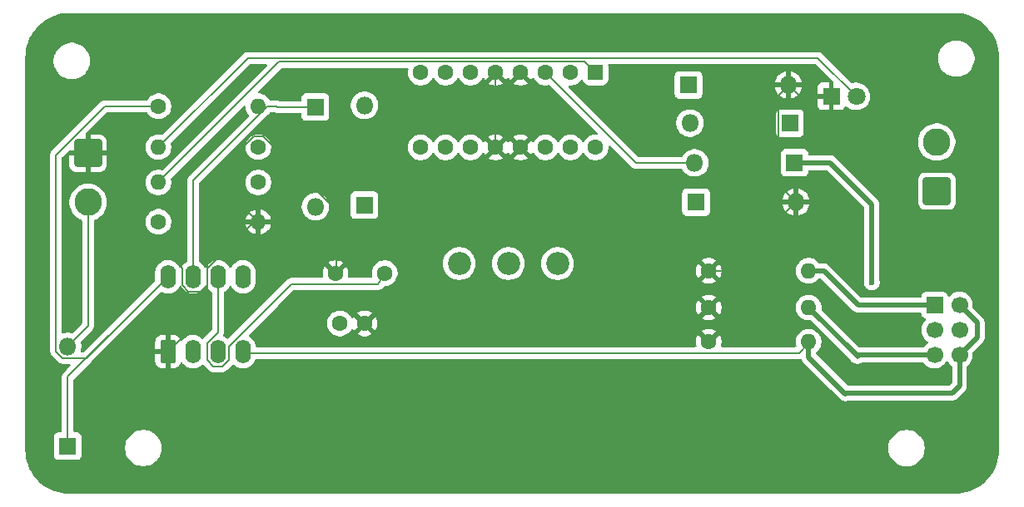
<source format=gbr>
%TF.GenerationSoftware,KiCad,Pcbnew,9.0.2*%
%TF.CreationDate,2025-06-20T16:24:45-04:00*%
%TF.ProjectId,fps555-v5.2,66707335-3535-42d7-9635-2e322e6b6963,rev?*%
%TF.SameCoordinates,Original*%
%TF.FileFunction,Copper,L2,Bot*%
%TF.FilePolarity,Positive*%
%FSLAX46Y46*%
G04 Gerber Fmt 4.6, Leading zero omitted, Abs format (unit mm)*
G04 Created by KiCad (PCBNEW 9.0.2) date 2025-06-20 16:24:45*
%MOMM*%
%LPD*%
G01*
G04 APERTURE LIST*
G04 Aperture macros list*
%AMRoundRect*
0 Rectangle with rounded corners*
0 $1 Rounding radius*
0 $2 $3 $4 $5 $6 $7 $8 $9 X,Y pos of 4 corners*
0 Add a 4 corners polygon primitive as box body*
4,1,4,$2,$3,$4,$5,$6,$7,$8,$9,$2,$3,0*
0 Add four circle primitives for the rounded corners*
1,1,$1+$1,$2,$3*
1,1,$1+$1,$4,$5*
1,1,$1+$1,$6,$7*
1,1,$1+$1,$8,$9*
0 Add four rect primitives between the rounded corners*
20,1,$1+$1,$2,$3,$4,$5,0*
20,1,$1+$1,$4,$5,$6,$7,0*
20,1,$1+$1,$6,$7,$8,$9,0*
20,1,$1+$1,$8,$9,$2,$3,0*%
G04 Aperture macros list end*
%TA.AperFunction,ComponentPad*%
%ADD10R,1.700000X1.700000*%
%TD*%
%TA.AperFunction,ComponentPad*%
%ADD11C,1.700000*%
%TD*%
%TA.AperFunction,ComponentPad*%
%ADD12C,1.600000*%
%TD*%
%TA.AperFunction,ComponentPad*%
%ADD13R,1.800000X1.800000*%
%TD*%
%TA.AperFunction,ComponentPad*%
%ADD14O,1.800000X1.800000*%
%TD*%
%TA.AperFunction,ComponentPad*%
%ADD15RoundRect,0.250000X0.550000X-0.950000X0.550000X0.950000X-0.550000X0.950000X-0.550000X-0.950000X0*%
%TD*%
%TA.AperFunction,ComponentPad*%
%ADD16O,1.600000X2.400000*%
%TD*%
%TA.AperFunction,ComponentPad*%
%ADD17O,1.600000X1.600000*%
%TD*%
%TA.AperFunction,ComponentPad*%
%ADD18C,1.800000*%
%TD*%
%TA.AperFunction,ComponentPad*%
%ADD19RoundRect,0.250001X1.149999X-1.149999X1.149999X1.149999X-1.149999X1.149999X-1.149999X-1.149999X0*%
%TD*%
%TA.AperFunction,ComponentPad*%
%ADD20C,2.800000*%
%TD*%
%TA.AperFunction,ComponentPad*%
%ADD21RoundRect,0.250000X-0.550000X0.550000X-0.550000X-0.550000X0.550000X-0.550000X0.550000X0.550000X0*%
%TD*%
%TA.AperFunction,ComponentPad*%
%ADD22RoundRect,0.250001X-1.149999X1.149999X-1.149999X-1.149999X1.149999X-1.149999X1.149999X1.149999X0*%
%TD*%
%TA.AperFunction,ComponentPad*%
%ADD23C,2.340000*%
%TD*%
%TA.AperFunction,ViaPad*%
%ADD24C,0.600000*%
%TD*%
%TA.AperFunction,Conductor*%
%ADD25C,0.500000*%
%TD*%
%TA.AperFunction,Conductor*%
%ADD26C,0.200000*%
%TD*%
G04 APERTURE END LIST*
D10*
%TO.P,U3,1*%
%TO.N,Net-(U2-1A)*%
X145413900Y-80159000D03*
D11*
%TO.P,U3,4*%
%TO.N,Net-(U1-R)*%
X147953900Y-80159000D03*
%TO.P,U3,2*%
%TO.N,VCC*%
X145413900Y-82699000D03*
%TO.P,U3,5*%
X147953900Y-82699000D03*
%TO.P,U3,3*%
%TO.N,Net-(U2-2A)*%
X145413900Y-85239000D03*
%TO.P,U3,6*%
%TO.N,Net-(U1-R)*%
X147953900Y-85239000D03*
%TD*%
D12*
%TO.P,C2,1*%
%TO.N,Net-(U1-THR)*%
X89503900Y-76899000D03*
%TO.P,C2,2*%
%TO.N,GND*%
X84503900Y-76899000D03*
%TD*%
D13*
%TO.P,D6,1,K*%
%TO.N,Net-(D6-K)*%
X120394639Y-57737081D03*
D14*
%TO.P,D6,2,A*%
%TO.N,GND*%
X130554639Y-57737081D03*
%TD*%
D15*
%TO.P,U1,1,GND*%
%TO.N,GND*%
X67453900Y-84899000D03*
D16*
%TO.P,U1,2,TR*%
%TO.N,Net-(U1-THR)*%
X69993900Y-84899000D03*
%TO.P,U1,3,Q*%
%TO.N,Net-(U1-Q)*%
X72533900Y-84899000D03*
%TO.P,U1,4,R*%
%TO.N,Net-(U1-R)*%
X75073900Y-84899000D03*
%TO.P,U1,5,CV*%
%TO.N,Net-(U1-CV)*%
X75073900Y-77279000D03*
%TO.P,U1,6,THR*%
%TO.N,Net-(U1-THR)*%
X72533900Y-77279000D03*
%TO.P,U1,7,DIS*%
%TO.N,Net-(D2-K)*%
X69993900Y-77279000D03*
%TO.P,U1,8,VCC*%
%TO.N,VCC*%
X67453900Y-77279000D03*
%TD*%
D13*
%TO.P,D7,1,K*%
%TO.N,VCC*%
X130701552Y-61617072D03*
D14*
%TO.P,D7,2,A*%
%TO.N,Net-(D6-K)*%
X120541552Y-61617072D03*
%TD*%
D12*
%TO.P,R5,1*%
%TO.N,GND*%
X122453900Y-80399000D03*
D17*
%TO.P,R5,2*%
%TO.N,Net-(U2-2A)*%
X132613900Y-80399000D03*
%TD*%
D13*
%TO.P,D1,1,K*%
%TO.N,GND*%
X134913900Y-58899000D03*
D18*
%TO.P,D1,2,A*%
%TO.N,Net-(D1-A)*%
X137453900Y-58899000D03*
%TD*%
D12*
%TO.P,C1,1*%
%TO.N,Net-(U1-CV)*%
X84953900Y-82032326D03*
%TO.P,C1,2*%
%TO.N,GND*%
X87453900Y-82032326D03*
%TD*%
D19*
%TO.P,M1,1,+*%
%TO.N,Net-(D4-K)*%
X145639567Y-68551775D03*
D20*
%TO.P,M1,2,-*%
%TO.N,Net-(D6-K)*%
X145639567Y-63551775D03*
%TD*%
D12*
%TO.P,R4,1*%
%TO.N,Net-(U2-EN1\u002C2)*%
X66497108Y-71666498D03*
D17*
%TO.P,R4,2*%
%TO.N,GND*%
X76657108Y-71666498D03*
%TD*%
D12*
%TO.P,R2,1*%
%TO.N,VCC*%
X66497108Y-59899000D03*
D17*
%TO.P,R2,2*%
%TO.N,Net-(D2-K)*%
X76657108Y-59899000D03*
%TD*%
D13*
%TO.P,D2,1,K*%
%TO.N,Net-(D2-K)*%
X82453900Y-59979000D03*
D14*
%TO.P,D2,2,A*%
%TO.N,Net-(D2-A)*%
X82453900Y-70139000D03*
%TD*%
D21*
%TO.P,U2,1,EN1\u002C2*%
%TO.N,Net-(U2-EN1\u002C2)*%
X110941579Y-56485660D03*
D12*
%TO.P,U2,2,1A*%
%TO.N,Net-(U2-1A)*%
X108401579Y-56485660D03*
%TO.P,U2,3,1Y*%
%TO.N,Net-(D4-K)*%
X105861579Y-56485660D03*
%TO.P,U2,4,GND*%
%TO.N,GND*%
X103321579Y-56485660D03*
%TO.P,U2,5,GND*%
X100781579Y-56485660D03*
%TO.P,U2,6,2Y*%
%TO.N,Net-(D6-K)*%
X98241579Y-56485660D03*
%TO.P,U2,7,2A*%
%TO.N,Net-(U2-2A)*%
X95701579Y-56485660D03*
%TO.P,U2,8,VCC2*%
%TO.N,VCC*%
X93161579Y-56485660D03*
%TO.P,U2,9,EN3\u002C4*%
%TO.N,unconnected-(U2-EN3\u002C4-Pad9)*%
X93161579Y-64105660D03*
%TO.P,U2,10,3A*%
%TO.N,unconnected-(U2-3A-Pad10)*%
X95701579Y-64105660D03*
%TO.P,U2,11,3Y*%
%TO.N,unconnected-(U2-3Y-Pad11)*%
X98241579Y-64105660D03*
%TO.P,U2,12,GND*%
%TO.N,GND*%
X100781579Y-64105660D03*
%TO.P,U2,13,GND*%
X103321579Y-64105660D03*
%TO.P,U2,14,4Y*%
%TO.N,unconnected-(U2-4Y-Pad14)*%
X105861579Y-64105660D03*
%TO.P,U2,15,4A*%
%TO.N,unconnected-(U2-4A-Pad15)*%
X108401579Y-64105660D03*
%TO.P,U2,16,VCC1*%
%TO.N,VCC*%
X110941579Y-64105660D03*
%TD*%
D13*
%TO.P,D8,1,K*%
%TO.N,VCC*%
X57259245Y-94519000D03*
D14*
%TO.P,D8,2,A*%
%TO.N,+9V*%
X57259245Y-84359000D03*
%TD*%
D13*
%TO.P,D4,1,K*%
%TO.N,Net-(D4-K)*%
X121158586Y-69666418D03*
D14*
%TO.P,D4,2,A*%
%TO.N,GND*%
X131318586Y-69666418D03*
%TD*%
D12*
%TO.P,R6,1*%
%TO.N,GND*%
X122453900Y-76659568D03*
D17*
%TO.P,R6,2*%
%TO.N,Net-(U2-1A)*%
X132613900Y-76659568D03*
%TD*%
D12*
%TO.P,R1,1*%
%TO.N,Net-(U1-Q)*%
X76657108Y-64070328D03*
D17*
%TO.P,R1,2*%
%TO.N,Net-(D1-A)*%
X66497108Y-64070328D03*
%TD*%
D12*
%TO.P,R7,1*%
%TO.N,GND*%
X122453900Y-83899000D03*
D17*
%TO.P,R7,2*%
%TO.N,Net-(U1-R)*%
X132613900Y-83899000D03*
%TD*%
D13*
%TO.P,D5,1,K*%
%TO.N,VCC*%
X131178053Y-65670384D03*
D14*
%TO.P,D5,2,A*%
%TO.N,Net-(D4-K)*%
X121018053Y-65670384D03*
%TD*%
D22*
%TO.P,J1,1,Pin_1*%
%TO.N,GND*%
X59332944Y-64693835D03*
D20*
%TO.P,J1,2,Pin_2*%
%TO.N,+9V*%
X59332944Y-69693835D03*
%TD*%
D12*
%TO.P,R3,1*%
%TO.N,Net-(U1-Q)*%
X76657108Y-67666498D03*
D17*
%TO.P,R3,2*%
%TO.N,Net-(U2-EN1\u002C2)*%
X66497108Y-67666498D03*
%TD*%
D23*
%TO.P,RV1,1,1*%
%TO.N,Net-(D2-A)*%
X97074328Y-75930214D03*
%TO.P,RV1,2,2*%
%TO.N,Net-(U1-THR)*%
X102074328Y-75930214D03*
%TO.P,RV1,3,3*%
%TO.N,Net-(D3-K)*%
X107074328Y-75930214D03*
%TD*%
D13*
%TO.P,D3,1,K*%
%TO.N,Net-(D3-K)*%
X87453900Y-69979000D03*
D14*
%TO.P,D3,2,A*%
%TO.N,Net-(D2-K)*%
X87453900Y-59819000D03*
%TD*%
D24*
%TO.N,VCC*%
X139050000Y-77850000D03*
%TD*%
D25*
%TO.N,Net-(U1-R)*%
X147953900Y-85239000D02*
X149750000Y-83442900D01*
X149750000Y-83442900D02*
X149750000Y-81955100D01*
X149750000Y-81955100D02*
X147953900Y-80159000D01*
%TO.N,Net-(U2-2A)*%
X137711000Y-85239000D02*
X137550000Y-85400000D01*
X137550000Y-85400000D02*
X137550000Y-85335100D01*
X145413900Y-85239000D02*
X137711000Y-85239000D01*
X137550000Y-85335100D02*
X132613900Y-80399000D01*
%TO.N,Net-(U1-R)*%
X136450000Y-89100000D02*
X136350000Y-89200000D01*
X147953900Y-85239000D02*
X147953900Y-88396100D01*
X136350000Y-89200000D02*
X132613900Y-85463900D01*
X147250000Y-89100000D02*
X136450000Y-89100000D01*
X147953900Y-88396100D02*
X147250000Y-89100000D01*
X132613900Y-85463900D02*
X132613900Y-83899000D01*
%TO.N,VCC*%
X139050000Y-77850000D02*
X139050000Y-69900000D01*
X139050000Y-69900000D02*
X134820384Y-65670384D01*
X134820384Y-65670384D02*
X131178053Y-65670384D01*
%TO.N,Net-(U2-1A)*%
X145413900Y-80159000D02*
X137659000Y-80159000D01*
X137659000Y-80159000D02*
X134159568Y-76659568D01*
X134159568Y-76659568D02*
X132613900Y-76659568D01*
D26*
%TO.N,GND*%
X69537851Y-78780000D02*
X70787949Y-78780000D01*
X100781579Y-56485660D02*
X100781579Y-64105660D01*
X75389610Y-70399000D02*
X75233819Y-70399000D01*
X75233819Y-63936567D02*
X76201058Y-62969328D01*
X70787949Y-78780000D02*
X71432900Y-78135049D01*
X76189353Y-71666498D02*
X76657108Y-71666498D01*
X131716558Y-58899000D02*
X130554639Y-57737081D01*
X71432900Y-75467417D02*
X71432900Y-80920000D01*
X129500552Y-58791168D02*
X129500552Y-67848384D01*
X76201058Y-62969328D02*
X77113158Y-62969328D01*
X75233819Y-70399000D02*
X75233819Y-63936567D01*
X71432900Y-80920000D02*
X67453900Y-84899000D01*
X122453900Y-76659568D02*
X124325436Y-76659568D01*
X84953900Y-71899000D02*
X92988239Y-71899000D01*
X68892900Y-76422951D02*
X68892900Y-78135049D01*
X75233819Y-71666498D02*
X75233819Y-70399000D01*
X134913900Y-58899000D02*
X131716558Y-58899000D01*
X130554639Y-57737081D02*
X129500552Y-58791168D01*
X124325436Y-76659568D02*
X131318586Y-69666418D01*
X84953900Y-71899000D02*
X84503900Y-76899000D01*
X75233819Y-71666498D02*
X71432900Y-75467417D01*
X71432900Y-76422951D02*
X76189353Y-71666498D01*
X76657108Y-71666498D02*
X75389610Y-70399000D01*
X129500552Y-67848384D02*
X131318586Y-69666418D01*
X77113158Y-62969328D02*
X84953900Y-70810070D01*
X59332944Y-64693835D02*
X59332944Y-66862995D01*
X59332944Y-66862995D02*
X68892900Y-76422951D01*
X71432900Y-78135049D02*
X71432900Y-76422951D01*
X68892900Y-78135049D02*
X69537851Y-78780000D01*
X92988239Y-71899000D02*
X100781579Y-64105660D01*
X84953900Y-70810070D02*
X84953900Y-71899000D01*
%TO.N,Net-(U1-THR)*%
X72989949Y-86400000D02*
X72077851Y-86400000D01*
X89503900Y-76899000D02*
X88852900Y-78000000D01*
X73634900Y-84365100D02*
X73634900Y-85755049D01*
X72077851Y-86400000D02*
X71432900Y-85755049D01*
X88852900Y-78000000D02*
X80000000Y-78000000D01*
X71432900Y-85755049D02*
X71432900Y-84042951D01*
X73634900Y-85755049D02*
X72989949Y-86400000D01*
X72533900Y-82941951D02*
X72533900Y-77279000D01*
X71432900Y-84042951D02*
X72533900Y-82941951D01*
X80000000Y-78000000D02*
X73634900Y-84365100D01*
%TO.N,Net-(D1-A)*%
X137453900Y-58899000D02*
X133538560Y-54983660D01*
X75583776Y-54983660D02*
X66497108Y-64070328D01*
X133538560Y-54983660D02*
X75583776Y-54983660D01*
%TO.N,Net-(D2-K)*%
X78453900Y-59899000D02*
X78533900Y-59979000D01*
X77570277Y-59899000D02*
X78453900Y-59899000D01*
X78533900Y-59979000D02*
X82453900Y-59979000D01*
X69993900Y-67475377D02*
X69993900Y-77279000D01*
X77570277Y-59899000D02*
X69993900Y-67475377D01*
%TO.N,Net-(D4-K)*%
X115046303Y-65670384D02*
X121018053Y-65670384D01*
X105861579Y-56485660D02*
X115046303Y-65670384D01*
%TO.N,Net-(U2-EN1\u002C2)*%
X78778946Y-55384660D02*
X66497108Y-67666498D01*
X109840579Y-55384660D02*
X78778946Y-55384660D01*
X110941579Y-56485660D02*
X109840579Y-55384660D01*
%TO.N,Net-(U1-R)*%
X131672918Y-85032762D02*
X132613900Y-84091780D01*
X132613900Y-84091780D02*
X132613900Y-83899000D01*
X75073900Y-84899000D02*
X75207662Y-85032762D01*
X75207662Y-85032762D02*
X131672918Y-85032762D01*
%TO.N,+9V*%
X57259245Y-84359000D02*
X59332944Y-82285301D01*
X59332944Y-82285301D02*
X59332944Y-69693835D01*
%TO.N,VCC*%
X57259245Y-94519000D02*
X57259245Y-87473655D01*
X56058245Y-84856471D02*
X56761774Y-85560000D01*
X57259245Y-87473655D02*
X67453900Y-77279000D01*
X66497108Y-59899000D02*
X61041619Y-59899000D01*
X61041619Y-59899000D02*
X56058245Y-64882374D01*
X56058245Y-64882374D02*
X56058245Y-84856471D01*
X59172900Y-85560000D02*
X67453900Y-77279000D01*
X56761774Y-85560000D02*
X59172900Y-85560000D01*
%TD*%
%TA.AperFunction,Conductor*%
%TO.N,GND*%
G36*
X147456602Y-50399617D02*
G01*
X147840671Y-50416386D01*
X147851406Y-50417326D01*
X148229871Y-50467152D01*
X148240497Y-50469025D01*
X148613184Y-50551648D01*
X148623610Y-50554442D01*
X148987665Y-50669227D01*
X148997811Y-50672920D01*
X149350478Y-50819000D01*
X149360269Y-50823566D01*
X149698842Y-50999816D01*
X149708210Y-51005224D01*
X150030144Y-51210318D01*
X150039005Y-51216523D01*
X150341830Y-51448889D01*
X150350117Y-51455843D01*
X150631535Y-51713715D01*
X150639184Y-51721364D01*
X150897056Y-52002782D01*
X150904010Y-52011069D01*
X151136376Y-52313894D01*
X151142581Y-52322755D01*
X151347675Y-52644689D01*
X151353083Y-52654057D01*
X151529330Y-52992623D01*
X151533902Y-53002427D01*
X151679975Y-53355078D01*
X151683675Y-53365244D01*
X151798454Y-53729278D01*
X151801254Y-53739727D01*
X151883871Y-54112389D01*
X151885749Y-54123042D01*
X151935571Y-54501473D01*
X151936514Y-54512249D01*
X151953282Y-54896297D01*
X151953400Y-54901706D01*
X151953400Y-94896293D01*
X151953282Y-94901702D01*
X151936514Y-95285750D01*
X151935571Y-95296526D01*
X151885749Y-95674957D01*
X151883871Y-95685610D01*
X151801254Y-96058272D01*
X151798454Y-96068721D01*
X151683675Y-96432755D01*
X151679975Y-96442921D01*
X151533902Y-96795572D01*
X151529330Y-96805376D01*
X151353083Y-97143942D01*
X151347675Y-97153310D01*
X151142581Y-97475244D01*
X151136376Y-97484105D01*
X150904010Y-97786930D01*
X150897056Y-97795217D01*
X150639184Y-98076635D01*
X150631535Y-98084284D01*
X150350117Y-98342156D01*
X150341830Y-98349110D01*
X150039005Y-98581476D01*
X150030144Y-98587681D01*
X149708210Y-98792775D01*
X149698842Y-98798183D01*
X149360276Y-98974430D01*
X149350472Y-98979002D01*
X148997821Y-99125075D01*
X148987655Y-99128775D01*
X148623621Y-99243554D01*
X148613172Y-99246354D01*
X148240510Y-99328971D01*
X148229857Y-99330849D01*
X147851426Y-99380671D01*
X147840650Y-99381614D01*
X147456603Y-99398382D01*
X147451194Y-99398500D01*
X57456606Y-99398500D01*
X57451197Y-99398382D01*
X57067149Y-99381614D01*
X57056373Y-99380671D01*
X56677942Y-99330849D01*
X56667289Y-99328971D01*
X56294627Y-99246354D01*
X56284178Y-99243554D01*
X55920144Y-99128775D01*
X55909978Y-99125075D01*
X55557327Y-98979002D01*
X55547523Y-98974430D01*
X55208957Y-98798183D01*
X55199589Y-98792775D01*
X54877655Y-98587681D01*
X54868794Y-98581476D01*
X54565969Y-98349110D01*
X54557682Y-98342156D01*
X54276264Y-98084284D01*
X54268615Y-98076635D01*
X54010743Y-97795217D01*
X54003789Y-97786930D01*
X53771423Y-97484105D01*
X53765218Y-97475244D01*
X53560124Y-97153310D01*
X53554716Y-97143942D01*
X53378469Y-96805376D01*
X53373897Y-96795572D01*
X53241419Y-96475742D01*
X53227820Y-96442911D01*
X53224124Y-96432755D01*
X53109342Y-96068710D01*
X53106548Y-96058284D01*
X53023925Y-95685597D01*
X53022052Y-95674971D01*
X52972226Y-95296506D01*
X52971286Y-95285771D01*
X52954518Y-94901702D01*
X52954400Y-94896293D01*
X52954400Y-84935525D01*
X55457743Y-84935525D01*
X55498669Y-85088260D01*
X55498670Y-85088261D01*
X55514793Y-85116186D01*
X55514794Y-85116187D01*
X55577722Y-85225183D01*
X55577726Y-85225188D01*
X55696594Y-85344056D01*
X55696600Y-85344061D01*
X56276913Y-85924374D01*
X56276923Y-85924385D01*
X56281253Y-85928715D01*
X56281254Y-85928716D01*
X56393058Y-86040520D01*
X56471140Y-86085600D01*
X56529989Y-86119577D01*
X56682716Y-86160500D01*
X56682717Y-86160500D01*
X57423803Y-86160500D01*
X57490842Y-86180185D01*
X57536597Y-86232989D01*
X57546541Y-86302147D01*
X57517516Y-86365703D01*
X57511487Y-86372177D01*
X57125163Y-86758501D01*
X56890531Y-86993133D01*
X56778726Y-87104937D01*
X56778724Y-87104940D01*
X56728606Y-87191749D01*
X56728604Y-87191751D01*
X56699670Y-87241864D01*
X56699669Y-87241865D01*
X56699668Y-87241870D01*
X56658744Y-87394598D01*
X56658744Y-87394600D01*
X56658744Y-87562701D01*
X56658745Y-87562714D01*
X56658745Y-92994500D01*
X56639060Y-93061539D01*
X56586256Y-93107294D01*
X56534746Y-93118500D01*
X56311375Y-93118500D01*
X56311368Y-93118501D01*
X56251761Y-93124908D01*
X56116916Y-93175202D01*
X56116909Y-93175206D01*
X56001700Y-93261452D01*
X56001697Y-93261455D01*
X55915451Y-93376664D01*
X55915447Y-93376671D01*
X55865153Y-93511517D01*
X55858746Y-93571116D01*
X55858746Y-93571123D01*
X55858745Y-93571135D01*
X55858745Y-95466870D01*
X55858746Y-95466876D01*
X55865153Y-95526483D01*
X55915447Y-95661328D01*
X55915451Y-95661335D01*
X56001697Y-95776544D01*
X56001700Y-95776547D01*
X56116909Y-95862793D01*
X56116916Y-95862797D01*
X56251762Y-95913091D01*
X56251761Y-95913091D01*
X56258689Y-95913835D01*
X56311372Y-95919500D01*
X58207117Y-95919499D01*
X58266728Y-95913091D01*
X58401576Y-95862796D01*
X58516791Y-95776546D01*
X58603041Y-95661331D01*
X58653336Y-95526483D01*
X58659745Y-95466873D01*
X58659744Y-94597619D01*
X63092434Y-94597619D01*
X63092434Y-94840196D01*
X63124095Y-95080693D01*
X63186881Y-95315012D01*
X63279707Y-95539113D01*
X63279710Y-95539120D01*
X63400998Y-95749197D01*
X63401000Y-95749200D01*
X63401001Y-95749201D01*
X63548667Y-95941644D01*
X63548673Y-95941651D01*
X63720190Y-96113168D01*
X63720197Y-96113174D01*
X63721214Y-96113954D01*
X63912645Y-96260844D01*
X64122722Y-96382132D01*
X64346834Y-96474962D01*
X64581145Y-96537746D01*
X64761520Y-96561492D01*
X64821645Y-96569408D01*
X64821646Y-96569408D01*
X65064223Y-96569408D01*
X65112322Y-96563075D01*
X65304723Y-96537746D01*
X65539034Y-96474962D01*
X65763146Y-96382132D01*
X65973223Y-96260844D01*
X66165672Y-96113173D01*
X66337199Y-95941646D01*
X66484870Y-95749197D01*
X66606158Y-95539120D01*
X66698988Y-95315008D01*
X66761772Y-95080697D01*
X66793434Y-94840196D01*
X66793434Y-94598399D01*
X140723258Y-94598399D01*
X140723258Y-94840976D01*
X140754919Y-95081473D01*
X140817705Y-95315792D01*
X140910208Y-95539113D01*
X140910534Y-95539900D01*
X141031822Y-95749977D01*
X141031824Y-95749980D01*
X141031825Y-95749981D01*
X141179491Y-95942424D01*
X141179497Y-95942431D01*
X141351014Y-96113948D01*
X141351020Y-96113953D01*
X141543469Y-96261624D01*
X141753546Y-96382912D01*
X141977658Y-96475742D01*
X142211969Y-96538526D01*
X142392344Y-96562272D01*
X142452469Y-96570188D01*
X142452470Y-96570188D01*
X142695047Y-96570188D01*
X142743146Y-96563855D01*
X142935547Y-96538526D01*
X143169858Y-96475742D01*
X143393970Y-96382912D01*
X143604047Y-96261624D01*
X143796496Y-96113953D01*
X143968023Y-95942426D01*
X144115694Y-95749977D01*
X144236982Y-95539900D01*
X144329812Y-95315788D01*
X144392596Y-95081477D01*
X144424258Y-94840976D01*
X144424258Y-94598400D01*
X144392596Y-94357899D01*
X144329812Y-94123588D01*
X144236982Y-93899476D01*
X144115694Y-93689399D01*
X144024947Y-93571135D01*
X143968024Y-93496951D01*
X143968018Y-93496944D01*
X143796501Y-93325427D01*
X143796494Y-93325421D01*
X143604051Y-93177755D01*
X143604050Y-93177754D01*
X143604047Y-93177752D01*
X143393970Y-93056464D01*
X143393963Y-93056461D01*
X143169862Y-92963635D01*
X142935543Y-92900849D01*
X142695047Y-92869188D01*
X142695046Y-92869188D01*
X142452470Y-92869188D01*
X142452469Y-92869188D01*
X142211972Y-92900849D01*
X141977653Y-92963635D01*
X141753552Y-93056461D01*
X141753543Y-93056465D01*
X141543464Y-93177755D01*
X141351021Y-93325421D01*
X141351014Y-93325427D01*
X141179497Y-93496944D01*
X141179491Y-93496951D01*
X141031825Y-93689394D01*
X140910535Y-93899473D01*
X140910531Y-93899482D01*
X140817705Y-94123583D01*
X140754919Y-94357902D01*
X140723258Y-94598399D01*
X66793434Y-94598399D01*
X66793434Y-94597620D01*
X66761772Y-94357119D01*
X66698988Y-94122808D01*
X66606158Y-93898696D01*
X66484870Y-93688619D01*
X66348975Y-93511517D01*
X66337200Y-93496171D01*
X66337194Y-93496164D01*
X66165677Y-93324647D01*
X66165670Y-93324641D01*
X65973227Y-93176975D01*
X65973226Y-93176974D01*
X65973223Y-93176972D01*
X65763146Y-93055684D01*
X65763139Y-93055681D01*
X65539038Y-92962855D01*
X65304719Y-92900069D01*
X65064223Y-92868408D01*
X65064222Y-92868408D01*
X64821646Y-92868408D01*
X64821645Y-92868408D01*
X64581148Y-92900069D01*
X64346829Y-92962855D01*
X64122728Y-93055681D01*
X64122719Y-93055685D01*
X63912640Y-93176975D01*
X63720197Y-93324641D01*
X63720190Y-93324647D01*
X63548673Y-93496164D01*
X63548667Y-93496171D01*
X63401001Y-93688614D01*
X63279711Y-93898693D01*
X63279707Y-93898702D01*
X63186881Y-94122803D01*
X63124095Y-94357122D01*
X63092434Y-94597619D01*
X58659744Y-94597619D01*
X58659744Y-94357902D01*
X58659744Y-93571129D01*
X58659743Y-93571123D01*
X58659742Y-93571116D01*
X58653336Y-93511517D01*
X58647903Y-93496951D01*
X58603042Y-93376671D01*
X58603038Y-93376664D01*
X58516792Y-93261455D01*
X58516789Y-93261452D01*
X58401580Y-93175206D01*
X58401573Y-93175202D01*
X58266727Y-93124908D01*
X58266728Y-93124908D01*
X58207128Y-93118501D01*
X58207126Y-93118500D01*
X58207118Y-93118500D01*
X58207110Y-93118500D01*
X57983745Y-93118500D01*
X57916706Y-93098815D01*
X57870951Y-93046011D01*
X57859745Y-92994500D01*
X57859745Y-87773751D01*
X57879430Y-87706712D01*
X57896059Y-87686075D01*
X59541613Y-86040521D01*
X59541616Y-86040520D01*
X59653420Y-85928716D01*
X59653421Y-85928713D01*
X63700953Y-81881182D01*
X66720881Y-78861253D01*
X66782202Y-78827770D01*
X66851894Y-78832754D01*
X66864851Y-78838449D01*
X66871335Y-78841753D01*
X66954676Y-78884218D01*
X66954678Y-78884218D01*
X66954681Y-78884220D01*
X67026154Y-78907443D01*
X67149365Y-78947477D01*
X67250457Y-78963488D01*
X67351548Y-78979500D01*
X67351549Y-78979500D01*
X67556251Y-78979500D01*
X67556252Y-78979500D01*
X67758434Y-78947477D01*
X67953119Y-78884220D01*
X68135510Y-78791287D01*
X68228490Y-78723732D01*
X68301113Y-78670971D01*
X68301115Y-78670968D01*
X68301119Y-78670966D01*
X68445866Y-78526219D01*
X68445868Y-78526215D01*
X68445871Y-78526213D01*
X68550813Y-78381770D01*
X68566187Y-78360610D01*
X68613416Y-78267917D01*
X68661389Y-78217123D01*
X68729210Y-78200328D01*
X68795345Y-78222865D01*
X68834383Y-78267917D01*
X68878248Y-78354006D01*
X68881615Y-78360614D01*
X69001928Y-78526213D01*
X69146686Y-78670971D01*
X69301649Y-78783556D01*
X69312290Y-78791287D01*
X69410960Y-78841562D01*
X69494676Y-78884218D01*
X69494678Y-78884218D01*
X69494681Y-78884220D01*
X69566154Y-78907443D01*
X69689365Y-78947477D01*
X69790457Y-78963488D01*
X69891548Y-78979500D01*
X69891549Y-78979500D01*
X70096251Y-78979500D01*
X70096252Y-78979500D01*
X70298434Y-78947477D01*
X70493119Y-78884220D01*
X70675510Y-78791287D01*
X70768490Y-78723732D01*
X70841113Y-78670971D01*
X70841115Y-78670968D01*
X70841119Y-78670966D01*
X70985866Y-78526219D01*
X70985868Y-78526215D01*
X70985871Y-78526213D01*
X71090813Y-78381770D01*
X71106187Y-78360610D01*
X71153416Y-78267917D01*
X71201389Y-78217123D01*
X71269210Y-78200328D01*
X71335345Y-78222865D01*
X71374383Y-78267917D01*
X71418248Y-78354006D01*
X71421615Y-78360614D01*
X71541928Y-78526213D01*
X71541934Y-78526219D01*
X71686681Y-78670966D01*
X71852290Y-78791287D01*
X71865693Y-78798116D01*
X71916489Y-78846088D01*
X71933400Y-78908601D01*
X71933400Y-82641853D01*
X71913715Y-82708892D01*
X71897081Y-82729534D01*
X71068031Y-83558584D01*
X71006708Y-83592069D01*
X70937016Y-83587085D01*
X70892669Y-83558584D01*
X70841113Y-83507028D01*
X70675513Y-83386715D01*
X70675512Y-83386714D01*
X70675510Y-83386713D01*
X70602631Y-83349579D01*
X70493123Y-83293781D01*
X70298434Y-83230522D01*
X70123895Y-83202878D01*
X70096252Y-83198500D01*
X69891548Y-83198500D01*
X69867229Y-83202351D01*
X69689365Y-83230522D01*
X69494676Y-83293781D01*
X69312286Y-83386715D01*
X69146686Y-83507028D01*
X69001932Y-83651782D01*
X68933516Y-83745949D01*
X68878186Y-83788614D01*
X68808572Y-83794593D01*
X68746777Y-83761987D01*
X68715492Y-83712067D01*
X68688258Y-83629880D01*
X68688256Y-83629875D01*
X68596215Y-83480654D01*
X68472245Y-83356684D01*
X68323024Y-83264643D01*
X68323019Y-83264641D01*
X68156597Y-83209494D01*
X68156590Y-83209493D01*
X68053886Y-83199000D01*
X67703900Y-83199000D01*
X67703900Y-84583314D01*
X67699506Y-84578920D01*
X67608294Y-84526259D01*
X67506561Y-84499000D01*
X67401239Y-84499000D01*
X67299506Y-84526259D01*
X67208294Y-84578920D01*
X67203900Y-84583314D01*
X67203900Y-83199000D01*
X66853928Y-83199000D01*
X66853912Y-83199001D01*
X66751202Y-83209494D01*
X66584780Y-83264641D01*
X66584775Y-83264643D01*
X66435554Y-83356684D01*
X66311584Y-83480654D01*
X66219543Y-83629875D01*
X66219541Y-83629880D01*
X66164394Y-83796302D01*
X66164393Y-83796309D01*
X66153900Y-83899013D01*
X66153900Y-84649000D01*
X67138214Y-84649000D01*
X67133820Y-84653394D01*
X67081159Y-84744606D01*
X67053900Y-84846339D01*
X67053900Y-84951661D01*
X67081159Y-85053394D01*
X67133820Y-85144606D01*
X67138214Y-85149000D01*
X66153901Y-85149000D01*
X66153901Y-85898986D01*
X66164394Y-86001697D01*
X66219541Y-86168119D01*
X66219543Y-86168124D01*
X66311584Y-86317345D01*
X66435554Y-86441315D01*
X66584775Y-86533356D01*
X66584780Y-86533358D01*
X66751202Y-86588505D01*
X66751209Y-86588506D01*
X66853919Y-86598999D01*
X67203899Y-86598999D01*
X67203900Y-86598998D01*
X67203900Y-85214686D01*
X67208294Y-85219080D01*
X67299506Y-85271741D01*
X67401239Y-85299000D01*
X67506561Y-85299000D01*
X67608294Y-85271741D01*
X67699506Y-85219080D01*
X67703900Y-85214686D01*
X67703900Y-86598999D01*
X68053872Y-86598999D01*
X68053886Y-86598998D01*
X68156597Y-86588505D01*
X68323019Y-86533358D01*
X68323024Y-86533356D01*
X68472245Y-86441315D01*
X68596215Y-86317345D01*
X68688256Y-86168124D01*
X68688259Y-86168117D01*
X68715492Y-86085932D01*
X68755264Y-86028487D01*
X68819779Y-86001663D01*
X68888555Y-86013977D01*
X68933516Y-86052049D01*
X68942988Y-86065086D01*
X69001934Y-86146219D01*
X69146686Y-86290971D01*
X69270921Y-86381231D01*
X69312290Y-86411287D01*
X69428507Y-86470503D01*
X69494676Y-86504218D01*
X69494678Y-86504218D01*
X69494681Y-86504220D01*
X69584359Y-86533358D01*
X69689365Y-86567477D01*
X69790457Y-86583488D01*
X69891548Y-86599500D01*
X69891549Y-86599500D01*
X70096251Y-86599500D01*
X70096252Y-86599500D01*
X70298434Y-86567477D01*
X70493119Y-86504220D01*
X70675510Y-86411287D01*
X70793035Y-86325901D01*
X70841113Y-86290971D01*
X70841115Y-86290968D01*
X70841119Y-86290966D01*
X70892669Y-86239416D01*
X70900604Y-86235082D01*
X70906024Y-86227841D01*
X70930794Y-86218597D01*
X70953992Y-86205931D01*
X70963011Y-86206576D01*
X70971485Y-86203414D01*
X70997316Y-86209029D01*
X71023684Y-86210915D01*
X71032730Y-86216727D01*
X71039760Y-86218256D01*
X71052114Y-86227503D01*
X71052354Y-86227144D01*
X71052357Y-86227146D01*
X71059903Y-86233333D01*
X71067977Y-86239376D01*
X71068018Y-86239402D01*
X71071243Y-86242627D01*
X71071244Y-86242629D01*
X71071249Y-86242634D01*
X71071255Y-86242639D01*
X71592990Y-86764374D01*
X71593000Y-86764385D01*
X71597330Y-86768715D01*
X71597331Y-86768716D01*
X71709135Y-86880520D01*
X71709137Y-86880521D01*
X71709141Y-86880524D01*
X71767261Y-86914079D01*
X71846067Y-86959577D01*
X71957870Y-86989534D01*
X71998793Y-87000500D01*
X71998794Y-87000500D01*
X72903280Y-87000500D01*
X72903296Y-87000501D01*
X72910892Y-87000501D01*
X73069003Y-87000501D01*
X73069006Y-87000501D01*
X73221734Y-86959577D01*
X73300540Y-86914078D01*
X73358665Y-86880520D01*
X73470469Y-86768716D01*
X73470469Y-86768714D01*
X73480673Y-86758511D01*
X73480677Y-86758506D01*
X73997666Y-86241516D01*
X73999789Y-86239395D01*
X74026704Y-86224706D01*
X74025628Y-86222553D01*
X74025634Y-86222550D01*
X74026710Y-86224703D01*
X74031705Y-86221977D01*
X74061092Y-86205931D01*
X74061107Y-86205932D01*
X74061120Y-86205925D01*
X74095820Y-86208414D01*
X74130784Y-86210915D01*
X74130798Y-86210924D01*
X74130811Y-86210925D01*
X74130880Y-86210976D01*
X74175131Y-86239416D01*
X74226686Y-86290971D01*
X74350921Y-86381231D01*
X74392290Y-86411287D01*
X74508507Y-86470503D01*
X74574676Y-86504218D01*
X74574678Y-86504218D01*
X74574681Y-86504220D01*
X74664359Y-86533358D01*
X74769365Y-86567477D01*
X74870457Y-86583488D01*
X74971548Y-86599500D01*
X74971549Y-86599500D01*
X75176251Y-86599500D01*
X75176252Y-86599500D01*
X75378434Y-86567477D01*
X75573119Y-86504220D01*
X75755510Y-86411287D01*
X75873035Y-86325901D01*
X75921113Y-86290971D01*
X75921115Y-86290968D01*
X75921119Y-86290966D01*
X76065866Y-86146219D01*
X76065868Y-86146215D01*
X76065871Y-86146213D01*
X76124812Y-86065086D01*
X76186187Y-85980610D01*
X76279120Y-85798219D01*
X76304878Y-85718941D01*
X76344316Y-85661268D01*
X76408674Y-85634070D01*
X76422809Y-85633262D01*
X131593857Y-85633262D01*
X131593861Y-85633263D01*
X131751975Y-85633263D01*
X131768981Y-85628706D01*
X131783744Y-85628341D01*
X131803804Y-85633696D01*
X131824561Y-85634190D01*
X131836877Y-85642525D01*
X131851249Y-85646362D01*
X131865230Y-85661713D01*
X131882425Y-85673350D01*
X131895250Y-85694675D01*
X131898296Y-85698019D01*
X131898700Y-85700411D01*
X131901370Y-85704850D01*
X131948815Y-85819394D01*
X131981712Y-85868627D01*
X131981713Y-85868630D01*
X132030946Y-85942314D01*
X132030952Y-85942321D01*
X134840223Y-88751590D01*
X135767046Y-89678413D01*
X135767048Y-89678416D01*
X135871584Y-89782952D01*
X135929513Y-89821658D01*
X135994505Y-89865084D01*
X136131087Y-89921658D01*
X136131091Y-89921658D01*
X136131092Y-89921659D01*
X136276079Y-89950500D01*
X136276082Y-89950500D01*
X136423919Y-89950500D01*
X136521461Y-89931096D01*
X136568912Y-89921658D01*
X136705494Y-89865084D01*
X136705495Y-89865083D01*
X136711121Y-89862753D01*
X136711478Y-89863614D01*
X136763839Y-89850500D01*
X147323920Y-89850500D01*
X147446094Y-89826197D01*
X147468913Y-89821658D01*
X147605495Y-89765084D01*
X147654729Y-89732186D01*
X147728416Y-89682952D01*
X148536852Y-88874516D01*
X148586086Y-88800829D01*
X148618984Y-88751595D01*
X148675558Y-88615013D01*
X148704400Y-88470018D01*
X148704400Y-86426220D01*
X148724085Y-86359181D01*
X148755514Y-86325902D01*
X148833692Y-86269104D01*
X148984004Y-86118792D01*
X148984006Y-86118788D01*
X148984009Y-86118786D01*
X149108948Y-85946820D01*
X149108947Y-85946820D01*
X149108951Y-85946816D01*
X149205457Y-85757412D01*
X149271146Y-85555243D01*
X149304400Y-85345287D01*
X149304400Y-85132713D01*
X149289282Y-85037268D01*
X149298236Y-84967979D01*
X149324071Y-84930195D01*
X150332952Y-83921316D01*
X150348828Y-83897556D01*
X150397252Y-83825084D01*
X150408544Y-83808183D01*
X150415084Y-83798395D01*
X150471658Y-83661813D01*
X150485031Y-83594582D01*
X150500500Y-83516820D01*
X150500500Y-81881179D01*
X150471659Y-81736192D01*
X150471658Y-81736191D01*
X150471658Y-81736187D01*
X150443783Y-81668890D01*
X150415085Y-81599607D01*
X150374913Y-81539484D01*
X150354878Y-81509500D01*
X150354877Y-81509499D01*
X150348829Y-81500447D01*
X150332952Y-81476684D01*
X149324075Y-80467807D01*
X149290590Y-80406484D01*
X149289283Y-80360728D01*
X149299427Y-80296682D01*
X149304400Y-80265287D01*
X149304400Y-80052713D01*
X149271146Y-79842757D01*
X149205457Y-79640588D01*
X149108951Y-79451184D01*
X149108949Y-79451181D01*
X149108948Y-79451179D01*
X148984009Y-79279213D01*
X148833686Y-79128890D01*
X148661720Y-79003951D01*
X148472314Y-78907444D01*
X148472313Y-78907443D01*
X148472312Y-78907443D01*
X148270143Y-78841754D01*
X148270141Y-78841753D01*
X148270140Y-78841753D01*
X148108857Y-78816208D01*
X148060187Y-78808500D01*
X147847613Y-78808500D01*
X147798942Y-78816208D01*
X147637660Y-78841753D01*
X147435485Y-78907444D01*
X147246079Y-79003951D01*
X147074115Y-79128889D01*
X146960573Y-79242431D01*
X146899250Y-79275915D01*
X146829558Y-79270931D01*
X146773625Y-79229059D01*
X146756710Y-79198082D01*
X146707697Y-79066671D01*
X146707693Y-79066664D01*
X146621447Y-78951455D01*
X146621444Y-78951452D01*
X146506235Y-78865206D01*
X146506228Y-78865202D01*
X146371382Y-78814908D01*
X146371383Y-78814908D01*
X146311783Y-78808501D01*
X146311781Y-78808500D01*
X146311773Y-78808500D01*
X146311764Y-78808500D01*
X144516029Y-78808500D01*
X144516023Y-78808501D01*
X144456416Y-78814908D01*
X144321571Y-78865202D01*
X144321564Y-78865206D01*
X144206355Y-78951452D01*
X144206352Y-78951455D01*
X144120106Y-79066664D01*
X144120102Y-79066671D01*
X144069808Y-79201517D01*
X144063401Y-79261116D01*
X144063400Y-79261135D01*
X144063400Y-79284500D01*
X144043715Y-79351539D01*
X143990911Y-79397294D01*
X143939400Y-79408500D01*
X138021229Y-79408500D01*
X137954190Y-79388815D01*
X137933548Y-79372181D01*
X134637989Y-76076620D01*
X134637988Y-76076619D01*
X134600822Y-76051786D01*
X134521073Y-75998500D01*
X134515063Y-75994484D01*
X134515062Y-75994483D01*
X134515057Y-75994480D01*
X134378485Y-75937911D01*
X134378475Y-75937908D01*
X134233488Y-75909068D01*
X134233486Y-75909068D01*
X133739318Y-75909068D01*
X133672279Y-75889383D01*
X133639000Y-75857953D01*
X133605871Y-75812355D01*
X133605867Y-75812350D01*
X133461113Y-75667596D01*
X133295513Y-75547283D01*
X133295512Y-75547282D01*
X133295510Y-75547281D01*
X133238553Y-75518259D01*
X133113123Y-75454349D01*
X132918434Y-75391090D01*
X132743895Y-75363446D01*
X132716252Y-75359068D01*
X132511548Y-75359068D01*
X132487229Y-75362919D01*
X132309365Y-75391090D01*
X132114676Y-75454349D01*
X131932286Y-75547283D01*
X131766686Y-75667596D01*
X131621928Y-75812354D01*
X131501615Y-75977954D01*
X131408681Y-76160344D01*
X131345422Y-76355033D01*
X131313400Y-76557216D01*
X131313400Y-76761919D01*
X131345422Y-76964102D01*
X131408681Y-77158791D01*
X131459157Y-77257853D01*
X131501485Y-77340927D01*
X131501615Y-77341181D01*
X131621928Y-77506781D01*
X131766686Y-77651539D01*
X131921649Y-77764124D01*
X131932290Y-77771855D01*
X132048507Y-77831071D01*
X132114676Y-77864786D01*
X132114678Y-77864786D01*
X132114681Y-77864788D01*
X132195249Y-77890966D01*
X132309365Y-77928045D01*
X132410457Y-77944056D01*
X132511548Y-77960068D01*
X132511549Y-77960068D01*
X132716251Y-77960068D01*
X132716252Y-77960068D01*
X132918434Y-77928045D01*
X133113119Y-77864788D01*
X133295510Y-77771855D01*
X133423450Y-77678902D01*
X133461113Y-77651539D01*
X133461115Y-77651536D01*
X133461119Y-77651534D01*
X133605866Y-77506787D01*
X133608550Y-77503092D01*
X133639000Y-77461183D01*
X133643331Y-77457842D01*
X133645605Y-77452865D01*
X133670704Y-77436734D01*
X133694329Y-77418517D01*
X133701002Y-77417263D01*
X133704383Y-77415091D01*
X133739318Y-77410068D01*
X133797338Y-77410068D01*
X133864377Y-77429753D01*
X133885019Y-77446387D01*
X137180580Y-80741948D01*
X137180584Y-80741951D01*
X137303498Y-80824080D01*
X137303511Y-80824087D01*
X137406669Y-80866816D01*
X137440087Y-80880658D01*
X137440091Y-80880658D01*
X137440092Y-80880659D01*
X137585079Y-80909500D01*
X137585082Y-80909500D01*
X137732917Y-80909500D01*
X143939401Y-80909500D01*
X144006440Y-80929185D01*
X144052195Y-80981989D01*
X144063401Y-81033500D01*
X144063401Y-81056876D01*
X144069808Y-81116483D01*
X144120102Y-81251328D01*
X144120106Y-81251335D01*
X144206352Y-81366544D01*
X144206355Y-81366547D01*
X144321564Y-81452793D01*
X144321571Y-81452797D01*
X144452982Y-81501810D01*
X144508916Y-81543681D01*
X144533333Y-81609145D01*
X144518482Y-81677418D01*
X144497331Y-81705673D01*
X144383789Y-81819215D01*
X144258851Y-81991179D01*
X144162344Y-82180585D01*
X144096653Y-82382760D01*
X144063400Y-82592713D01*
X144063400Y-82805286D01*
X144093402Y-82994714D01*
X144096654Y-83015243D01*
X144159770Y-83209494D01*
X144162344Y-83217414D01*
X144258851Y-83406820D01*
X144383790Y-83578786D01*
X144534113Y-83729109D01*
X144706082Y-83854050D01*
X144714846Y-83858516D01*
X144765642Y-83906491D01*
X144782436Y-83974312D01*
X144759898Y-84040447D01*
X144714846Y-84079484D01*
X144706082Y-84083949D01*
X144534113Y-84208890D01*
X144383792Y-84359211D01*
X144326997Y-84437385D01*
X144271667Y-84480051D01*
X144226679Y-84488500D01*
X137816129Y-84488500D01*
X137749090Y-84468815D01*
X137728448Y-84452181D01*
X133940373Y-80664106D01*
X133906888Y-80602783D01*
X133905581Y-80557028D01*
X133914400Y-80501352D01*
X133914400Y-80296648D01*
X133899747Y-80204135D01*
X133882377Y-80094465D01*
X133851358Y-79999000D01*
X133819120Y-79899781D01*
X133819118Y-79899778D01*
X133819118Y-79899776D01*
X133726319Y-79717650D01*
X133726187Y-79717390D01*
X133693992Y-79673077D01*
X133605871Y-79551786D01*
X133461113Y-79407028D01*
X133295513Y-79286715D01*
X133295512Y-79286714D01*
X133295510Y-79286713D01*
X133208602Y-79242431D01*
X133113123Y-79193781D01*
X132918434Y-79130522D01*
X132743895Y-79102878D01*
X132716252Y-79098500D01*
X132511548Y-79098500D01*
X132487229Y-79102351D01*
X132309365Y-79130522D01*
X132114676Y-79193781D01*
X131932286Y-79286715D01*
X131766686Y-79407028D01*
X131621928Y-79551786D01*
X131501615Y-79717386D01*
X131408681Y-79899776D01*
X131345422Y-80094465D01*
X131313400Y-80296648D01*
X131313400Y-80501351D01*
X131345422Y-80703534D01*
X131408681Y-80898223D01*
X131451363Y-80981989D01*
X131501485Y-81080359D01*
X131501615Y-81080613D01*
X131621928Y-81246213D01*
X131766686Y-81390971D01*
X131899565Y-81487511D01*
X131932290Y-81511287D01*
X132048507Y-81570503D01*
X132114676Y-81604218D01*
X132114678Y-81604218D01*
X132114681Y-81604220D01*
X132219037Y-81638127D01*
X132309365Y-81667477D01*
X132393464Y-81680797D01*
X132511548Y-81699500D01*
X132511549Y-81699500D01*
X132716250Y-81699500D01*
X132716252Y-81699500D01*
X132771927Y-81690681D01*
X132841219Y-81699635D01*
X132879006Y-81725473D01*
X136850424Y-85696891D01*
X136870508Y-85723231D01*
X136874340Y-85729964D01*
X136884916Y-85755495D01*
X136909164Y-85791785D01*
X136911632Y-85795479D01*
X136911638Y-85795489D01*
X136967046Y-85878414D01*
X136967052Y-85878421D01*
X137071581Y-85982950D01*
X137121253Y-86016139D01*
X137194508Y-86065086D01*
X137326063Y-86119577D01*
X137331087Y-86121658D01*
X137331091Y-86121658D01*
X137331092Y-86121659D01*
X137476079Y-86150500D01*
X137476082Y-86150500D01*
X137623920Y-86150500D01*
X137721462Y-86131096D01*
X137768913Y-86121658D01*
X137837204Y-86093371D01*
X137905491Y-86065086D01*
X137905492Y-86065085D01*
X137905495Y-86065084D01*
X137978747Y-86016139D01*
X137978749Y-86016138D01*
X137987343Y-86010396D01*
X138054021Y-85989520D01*
X138056231Y-85989500D01*
X144226679Y-85989500D01*
X144293718Y-86009185D01*
X144326997Y-86040615D01*
X144383792Y-86118788D01*
X144534113Y-86269109D01*
X144706079Y-86394048D01*
X144706081Y-86394049D01*
X144706084Y-86394051D01*
X144895488Y-86490557D01*
X145097657Y-86556246D01*
X145307613Y-86589500D01*
X145307614Y-86589500D01*
X145520186Y-86589500D01*
X145520187Y-86589500D01*
X145730143Y-86556246D01*
X145932312Y-86490557D01*
X146121716Y-86394051D01*
X146169711Y-86359181D01*
X146293686Y-86269109D01*
X146293688Y-86269106D01*
X146293692Y-86269104D01*
X146444004Y-86118792D01*
X146444006Y-86118788D01*
X146444009Y-86118786D01*
X146568948Y-85946820D01*
X146568947Y-85946820D01*
X146568951Y-85946816D01*
X146573414Y-85938054D01*
X146621388Y-85887259D01*
X146689208Y-85870463D01*
X146755344Y-85892999D01*
X146794386Y-85938056D01*
X146798851Y-85946820D01*
X146923790Y-86118786D01*
X146923796Y-86118792D01*
X147074108Y-86269104D01*
X147152284Y-86325902D01*
X147194951Y-86381231D01*
X147203400Y-86426220D01*
X147203400Y-88033870D01*
X147183715Y-88100909D01*
X147167081Y-88121551D01*
X146975451Y-88313181D01*
X146914128Y-88346666D01*
X146887770Y-88349500D01*
X136612229Y-88349500D01*
X136545190Y-88329815D01*
X136524548Y-88313181D01*
X133400719Y-85189351D01*
X133386015Y-85162423D01*
X133369423Y-85136605D01*
X133368531Y-85130404D01*
X133367234Y-85128028D01*
X133364400Y-85101670D01*
X133364400Y-85024416D01*
X133384085Y-84957377D01*
X133415513Y-84924099D01*
X133461119Y-84890966D01*
X133605866Y-84746219D01*
X133605868Y-84746215D01*
X133605871Y-84746213D01*
X133706624Y-84607536D01*
X133726187Y-84580610D01*
X133819120Y-84398219D01*
X133882377Y-84203534D01*
X133914400Y-84001352D01*
X133914400Y-83796648D01*
X133903702Y-83729104D01*
X133882377Y-83594465D01*
X133821407Y-83406820D01*
X133819120Y-83399781D01*
X133819118Y-83399778D01*
X133819118Y-83399776D01*
X133783801Y-83330463D01*
X133726187Y-83217390D01*
X133697091Y-83177342D01*
X133605871Y-83051786D01*
X133461113Y-82907028D01*
X133295513Y-82786715D01*
X133295512Y-82786714D01*
X133295510Y-82786713D01*
X133238553Y-82757691D01*
X133113123Y-82693781D01*
X132918434Y-82630522D01*
X132743895Y-82602878D01*
X132716252Y-82598500D01*
X132511548Y-82598500D01*
X132487229Y-82602351D01*
X132309365Y-82630522D01*
X132114676Y-82693781D01*
X131932286Y-82786715D01*
X131766686Y-82907028D01*
X131621928Y-83051786D01*
X131501615Y-83217386D01*
X131408681Y-83399776D01*
X131345422Y-83594465D01*
X131321430Y-83745949D01*
X131313400Y-83796648D01*
X131313400Y-84001352D01*
X131316604Y-84021580D01*
X131345423Y-84203535D01*
X131345423Y-84203538D01*
X131367000Y-84269944D01*
X131368995Y-84339785D01*
X131332914Y-84399618D01*
X131270213Y-84430446D01*
X131249069Y-84432262D01*
X123818205Y-84432262D01*
X123751166Y-84412577D01*
X123705411Y-84359773D01*
X123695467Y-84290615D01*
X123700274Y-84269943D01*
X123721890Y-84203417D01*
X123753900Y-84001317D01*
X123753900Y-83796682D01*
X123721890Y-83594582D01*
X123658655Y-83399968D01*
X123565759Y-83217650D01*
X123533374Y-83173077D01*
X123533374Y-83173076D01*
X122853900Y-83852551D01*
X122853900Y-83846339D01*
X122826641Y-83744606D01*
X122773980Y-83653394D01*
X122699506Y-83578920D01*
X122608294Y-83526259D01*
X122506561Y-83499000D01*
X122500346Y-83499000D01*
X123179822Y-82819524D01*
X123179821Y-82819523D01*
X123135259Y-82787147D01*
X123135250Y-82787141D01*
X122952931Y-82694244D01*
X122758317Y-82631009D01*
X122556217Y-82599000D01*
X122351583Y-82599000D01*
X122149482Y-82631009D01*
X121954868Y-82694244D01*
X121772544Y-82787143D01*
X121727977Y-82819523D01*
X121727977Y-82819524D01*
X122407454Y-83499000D01*
X122401239Y-83499000D01*
X122299506Y-83526259D01*
X122208294Y-83578920D01*
X122133820Y-83653394D01*
X122081159Y-83744606D01*
X122053900Y-83846339D01*
X122053900Y-83852553D01*
X121374424Y-83173077D01*
X121374423Y-83173077D01*
X121342043Y-83217644D01*
X121249144Y-83399968D01*
X121185909Y-83594582D01*
X121153900Y-83796682D01*
X121153900Y-84001317D01*
X121185909Y-84203417D01*
X121207526Y-84269943D01*
X121209521Y-84339784D01*
X121173442Y-84399617D01*
X121110741Y-84430446D01*
X121089595Y-84432262D01*
X76485946Y-84432262D01*
X76418907Y-84412577D01*
X76373152Y-84359773D01*
X76363473Y-84327660D01*
X76342377Y-84194466D01*
X76279120Y-83999781D01*
X76279118Y-83999778D01*
X76279118Y-83999776D01*
X76245403Y-83933607D01*
X76186187Y-83817390D01*
X76178456Y-83806749D01*
X76065871Y-83651786D01*
X75921113Y-83507028D01*
X75755514Y-83386715D01*
X75751170Y-83384501D01*
X75713485Y-83365300D01*
X75662690Y-83317327D01*
X75645895Y-83249506D01*
X75668432Y-83183371D01*
X75682100Y-83167135D01*
X76919261Y-81929974D01*
X83653400Y-81929974D01*
X83653400Y-82134677D01*
X83685422Y-82336860D01*
X83748681Y-82531549D01*
X83804885Y-82641853D01*
X83841485Y-82713685D01*
X83841615Y-82713939D01*
X83961928Y-82879539D01*
X84106686Y-83024297D01*
X84227126Y-83111800D01*
X84272290Y-83144613D01*
X84348357Y-83183371D01*
X84454676Y-83237544D01*
X84454678Y-83237544D01*
X84454681Y-83237546D01*
X84538071Y-83264641D01*
X84649365Y-83300803D01*
X84750457Y-83316814D01*
X84851548Y-83332826D01*
X84851549Y-83332826D01*
X85056251Y-83332826D01*
X85056252Y-83332826D01*
X85258434Y-83300803D01*
X85453119Y-83237546D01*
X85635510Y-83144613D01*
X85750450Y-83061105D01*
X85801113Y-83024297D01*
X85801115Y-83024294D01*
X85801119Y-83024292D01*
X85945866Y-82879545D01*
X85945868Y-82879541D01*
X85945871Y-82879539D01*
X86066186Y-82713937D01*
X86066315Y-82713685D01*
X86093695Y-82659947D01*
X86141669Y-82609152D01*
X86209489Y-82592356D01*
X86275625Y-82614893D01*
X86314665Y-82659947D01*
X86342041Y-82713676D01*
X86342047Y-82713685D01*
X86374423Y-82758247D01*
X86374424Y-82758248D01*
X87053900Y-82078772D01*
X87053900Y-82084987D01*
X87081159Y-82186720D01*
X87133820Y-82277932D01*
X87208294Y-82352406D01*
X87299506Y-82405067D01*
X87401239Y-82432326D01*
X87407453Y-82432326D01*
X86727976Y-83111800D01*
X86772550Y-83144185D01*
X86954868Y-83237081D01*
X87149482Y-83300316D01*
X87351583Y-83332326D01*
X87556217Y-83332326D01*
X87758317Y-83300316D01*
X87952931Y-83237081D01*
X88135249Y-83144185D01*
X88179821Y-83111800D01*
X87500347Y-82432326D01*
X87506561Y-82432326D01*
X87608294Y-82405067D01*
X87699506Y-82352406D01*
X87773980Y-82277932D01*
X87826641Y-82186720D01*
X87853900Y-82084987D01*
X87853900Y-82078773D01*
X88533374Y-82758247D01*
X88565759Y-82713675D01*
X88658655Y-82531357D01*
X88721890Y-82336743D01*
X88753900Y-82134643D01*
X88753900Y-81930008D01*
X88721890Y-81727908D01*
X88658654Y-81533291D01*
X88635328Y-81487511D01*
X88635327Y-81487510D01*
X88565759Y-81350976D01*
X88533374Y-81306403D01*
X88533374Y-81306402D01*
X87853900Y-81985877D01*
X87853900Y-81979665D01*
X87826641Y-81877932D01*
X87773980Y-81786720D01*
X87699506Y-81712246D01*
X87608294Y-81659585D01*
X87506561Y-81632326D01*
X87500346Y-81632326D01*
X88179822Y-80952850D01*
X88179821Y-80952849D01*
X88135259Y-80920473D01*
X88135250Y-80920467D01*
X87952931Y-80827570D01*
X87758317Y-80764335D01*
X87556217Y-80732326D01*
X87351583Y-80732326D01*
X87149482Y-80764335D01*
X86954868Y-80827570D01*
X86772544Y-80920469D01*
X86727977Y-80952849D01*
X86727977Y-80952850D01*
X87407454Y-81632326D01*
X87401239Y-81632326D01*
X87299506Y-81659585D01*
X87208294Y-81712246D01*
X87133820Y-81786720D01*
X87081159Y-81877932D01*
X87053900Y-81979665D01*
X87053900Y-81985879D01*
X86374424Y-81306403D01*
X86374423Y-81306403D01*
X86342043Y-81350970D01*
X86314665Y-81404704D01*
X86266690Y-81455500D01*
X86198869Y-81472295D01*
X86132734Y-81449757D01*
X86093695Y-81404704D01*
X86074253Y-81366547D01*
X86066187Y-81350716D01*
X86066185Y-81350713D01*
X86066184Y-81350711D01*
X85945871Y-81185112D01*
X85801113Y-81040354D01*
X85635513Y-80920041D01*
X85635512Y-80920040D01*
X85635510Y-80920039D01*
X85558217Y-80880656D01*
X85453123Y-80827107D01*
X85258434Y-80763848D01*
X85083895Y-80736204D01*
X85056252Y-80731826D01*
X84851548Y-80731826D01*
X84827229Y-80735677D01*
X84649365Y-80763848D01*
X84454676Y-80827107D01*
X84272286Y-80920041D01*
X84106686Y-81040354D01*
X83961928Y-81185112D01*
X83841615Y-81350712D01*
X83748681Y-81533102D01*
X83685422Y-81727791D01*
X83653400Y-81929974D01*
X76919261Y-81929974D01*
X77011814Y-81837421D01*
X78552554Y-80296682D01*
X121153900Y-80296682D01*
X121153900Y-80501317D01*
X121185909Y-80703417D01*
X121249144Y-80898031D01*
X121342041Y-81080350D01*
X121342047Y-81080359D01*
X121374423Y-81124921D01*
X121374424Y-81124922D01*
X122053900Y-80445446D01*
X122053900Y-80451661D01*
X122081159Y-80553394D01*
X122133820Y-80644606D01*
X122208294Y-80719080D01*
X122299506Y-80771741D01*
X122401239Y-80799000D01*
X122407453Y-80799000D01*
X121727976Y-81478474D01*
X121772550Y-81510859D01*
X121954868Y-81603755D01*
X122149482Y-81666990D01*
X122351583Y-81699000D01*
X122556217Y-81699000D01*
X122758317Y-81666990D01*
X122952931Y-81603755D01*
X123135249Y-81510859D01*
X123179821Y-81478474D01*
X122500347Y-80799000D01*
X122506561Y-80799000D01*
X122608294Y-80771741D01*
X122699506Y-80719080D01*
X122773980Y-80644606D01*
X122826641Y-80553394D01*
X122853900Y-80451661D01*
X122853900Y-80445447D01*
X123533374Y-81124921D01*
X123565759Y-81080349D01*
X123658655Y-80898031D01*
X123721890Y-80703417D01*
X123753900Y-80501317D01*
X123753900Y-80296682D01*
X123721890Y-80094582D01*
X123658655Y-79899968D01*
X123565759Y-79717650D01*
X123533374Y-79673077D01*
X123533374Y-79673076D01*
X122853900Y-80352551D01*
X122853900Y-80346339D01*
X122826641Y-80244606D01*
X122773980Y-80153394D01*
X122699506Y-80078920D01*
X122608294Y-80026259D01*
X122506561Y-79999000D01*
X122500346Y-79999000D01*
X123179822Y-79319524D01*
X123179821Y-79319523D01*
X123135259Y-79287147D01*
X123135250Y-79287141D01*
X122952931Y-79194244D01*
X122758317Y-79131009D01*
X122556217Y-79099000D01*
X122351583Y-79099000D01*
X122149482Y-79131009D01*
X121954868Y-79194244D01*
X121772544Y-79287143D01*
X121727977Y-79319523D01*
X121727977Y-79319524D01*
X122407454Y-79999000D01*
X122401239Y-79999000D01*
X122299506Y-80026259D01*
X122208294Y-80078920D01*
X122133820Y-80153394D01*
X122081159Y-80244606D01*
X122053900Y-80346339D01*
X122053900Y-80352553D01*
X121374424Y-79673077D01*
X121374423Y-79673077D01*
X121342043Y-79717644D01*
X121249144Y-79899968D01*
X121185909Y-80094582D01*
X121153900Y-80296682D01*
X78552554Y-80296682D01*
X78645101Y-80204135D01*
X80212417Y-78636819D01*
X80273740Y-78603334D01*
X80300098Y-78600500D01*
X88849745Y-78600500D01*
X88925717Y-78601289D01*
X88928789Y-78600500D01*
X88931957Y-78600500D01*
X89004794Y-78580982D01*
X89005753Y-78580730D01*
X89078861Y-78561954D01*
X89078865Y-78561951D01*
X89082322Y-78560562D01*
X89082322Y-78560561D01*
X89082335Y-78560557D01*
X89084476Y-78559696D01*
X89084680Y-78559577D01*
X89084684Y-78559577D01*
X89150473Y-78521593D01*
X89216606Y-78484322D01*
X89218861Y-78482111D01*
X89221608Y-78480526D01*
X89221611Y-78480522D01*
X89221616Y-78480520D01*
X89275371Y-78426764D01*
X89329565Y-78373685D01*
X89331174Y-78370961D01*
X89333417Y-78368719D01*
X89333417Y-78368718D01*
X89333420Y-78368716D01*
X89371200Y-78303276D01*
X89371645Y-78302516D01*
X89396556Y-78260385D01*
X89447622Y-78212699D01*
X89503292Y-78199500D01*
X89606251Y-78199500D01*
X89606252Y-78199500D01*
X89808434Y-78167477D01*
X90003119Y-78104220D01*
X90185510Y-78011287D01*
X90300754Y-77927558D01*
X90351113Y-77890971D01*
X90351115Y-77890968D01*
X90351119Y-77890966D01*
X90495866Y-77746219D01*
X90495868Y-77746215D01*
X90495871Y-77746213D01*
X90564658Y-77651534D01*
X90616187Y-77580610D01*
X90709120Y-77398219D01*
X90772377Y-77203534D01*
X90804400Y-77001352D01*
X90804400Y-76796648D01*
X90784442Y-76670640D01*
X90772377Y-76594465D01*
X90731393Y-76468331D01*
X90709120Y-76399781D01*
X90709118Y-76399778D01*
X90709118Y-76399776D01*
X90651567Y-76286827D01*
X90616187Y-76217390D01*
X90583992Y-76173077D01*
X90495871Y-76051786D01*
X90351113Y-75907028D01*
X90232312Y-75820716D01*
X95403828Y-75820716D01*
X95403828Y-76039711D01*
X95419711Y-76160349D01*
X95432411Y-76256812D01*
X95441325Y-76290080D01*
X95489085Y-76468326D01*
X95489087Y-76468331D01*
X95572888Y-76670642D01*
X95572890Y-76670647D01*
X95572893Y-76670652D01*
X95682377Y-76860284D01*
X95815683Y-77034012D01*
X95815689Y-77034019D01*
X95970522Y-77188852D01*
X95970529Y-77188858D01*
X96144257Y-77322164D01*
X96333889Y-77431648D01*
X96333891Y-77431648D01*
X96333900Y-77431654D01*
X96536211Y-77515455D01*
X96747730Y-77572131D01*
X96964838Y-77600714D01*
X96964845Y-77600714D01*
X97183811Y-77600714D01*
X97183818Y-77600714D01*
X97400926Y-77572131D01*
X97612445Y-77515455D01*
X97814756Y-77431654D01*
X98004399Y-77322164D01*
X98178128Y-77188857D01*
X98332971Y-77034014D01*
X98466278Y-76860285D01*
X98575768Y-76670642D01*
X98659569Y-76468331D01*
X98716245Y-76256812D01*
X98744828Y-76039704D01*
X98744828Y-75820724D01*
X98744827Y-75820716D01*
X100403828Y-75820716D01*
X100403828Y-76039711D01*
X100419711Y-76160349D01*
X100432411Y-76256812D01*
X100441325Y-76290080D01*
X100489085Y-76468326D01*
X100489087Y-76468331D01*
X100572888Y-76670642D01*
X100572890Y-76670647D01*
X100572893Y-76670652D01*
X100682377Y-76860284D01*
X100815683Y-77034012D01*
X100815689Y-77034019D01*
X100970522Y-77188852D01*
X100970529Y-77188858D01*
X101144257Y-77322164D01*
X101333889Y-77431648D01*
X101333891Y-77431648D01*
X101333900Y-77431654D01*
X101536211Y-77515455D01*
X101747730Y-77572131D01*
X101964838Y-77600714D01*
X101964845Y-77600714D01*
X102183811Y-77600714D01*
X102183818Y-77600714D01*
X102400926Y-77572131D01*
X102612445Y-77515455D01*
X102814756Y-77431654D01*
X103004399Y-77322164D01*
X103178128Y-77188857D01*
X103332971Y-77034014D01*
X103466278Y-76860285D01*
X103575768Y-76670642D01*
X103659569Y-76468331D01*
X103716245Y-76256812D01*
X103744828Y-76039704D01*
X103744828Y-75820724D01*
X103744827Y-75820716D01*
X105403828Y-75820716D01*
X105403828Y-76039711D01*
X105419711Y-76160349D01*
X105432411Y-76256812D01*
X105441325Y-76290080D01*
X105489085Y-76468326D01*
X105489087Y-76468331D01*
X105572888Y-76670642D01*
X105572890Y-76670647D01*
X105572893Y-76670652D01*
X105682377Y-76860284D01*
X105815683Y-77034012D01*
X105815689Y-77034019D01*
X105970522Y-77188852D01*
X105970529Y-77188858D01*
X106144257Y-77322164D01*
X106333889Y-77431648D01*
X106333891Y-77431648D01*
X106333900Y-77431654D01*
X106536211Y-77515455D01*
X106747730Y-77572131D01*
X106964838Y-77600714D01*
X106964845Y-77600714D01*
X107183811Y-77600714D01*
X107183818Y-77600714D01*
X107400926Y-77572131D01*
X107612445Y-77515455D01*
X107814756Y-77431654D01*
X108004399Y-77322164D01*
X108178128Y-77188857D01*
X108332971Y-77034014D01*
X108466278Y-76860285D01*
X108575768Y-76670642D01*
X108622737Y-76557250D01*
X121153900Y-76557250D01*
X121153900Y-76761885D01*
X121185909Y-76963985D01*
X121249144Y-77158599D01*
X121342041Y-77340918D01*
X121342047Y-77340927D01*
X121374423Y-77385489D01*
X121374424Y-77385490D01*
X122053900Y-76706014D01*
X122053900Y-76712229D01*
X122081159Y-76813962D01*
X122133820Y-76905174D01*
X122208294Y-76979648D01*
X122299506Y-77032309D01*
X122401239Y-77059568D01*
X122407453Y-77059568D01*
X121727976Y-77739042D01*
X121772550Y-77771427D01*
X121954868Y-77864323D01*
X122149482Y-77927558D01*
X122351583Y-77959568D01*
X122556217Y-77959568D01*
X122758317Y-77927558D01*
X122952931Y-77864323D01*
X123135249Y-77771427D01*
X123179821Y-77739042D01*
X122500347Y-77059568D01*
X122506561Y-77059568D01*
X122608294Y-77032309D01*
X122699506Y-76979648D01*
X122773980Y-76905174D01*
X122826641Y-76813962D01*
X122853900Y-76712229D01*
X122853900Y-76706015D01*
X123533374Y-77385489D01*
X123565759Y-77340917D01*
X123658655Y-77158599D01*
X123721890Y-76963985D01*
X123753900Y-76761885D01*
X123753900Y-76557250D01*
X123721890Y-76355150D01*
X123658655Y-76160536D01*
X123565759Y-75978218D01*
X123533374Y-75933645D01*
X123533374Y-75933644D01*
X122853900Y-76613119D01*
X122853900Y-76606907D01*
X122826641Y-76505174D01*
X122773980Y-76413962D01*
X122699506Y-76339488D01*
X122608294Y-76286827D01*
X122506561Y-76259568D01*
X122500346Y-76259568D01*
X123179822Y-75580092D01*
X123179821Y-75580091D01*
X123135259Y-75547715D01*
X123135250Y-75547709D01*
X122952931Y-75454812D01*
X122758317Y-75391577D01*
X122556217Y-75359568D01*
X122351583Y-75359568D01*
X122149482Y-75391577D01*
X121954868Y-75454812D01*
X121772544Y-75547711D01*
X121727977Y-75580091D01*
X121727977Y-75580092D01*
X122407454Y-76259568D01*
X122401239Y-76259568D01*
X122299506Y-76286827D01*
X122208294Y-76339488D01*
X122133820Y-76413962D01*
X122081159Y-76505174D01*
X122053900Y-76606907D01*
X122053900Y-76613121D01*
X121374424Y-75933645D01*
X121374423Y-75933645D01*
X121342043Y-75978212D01*
X121249144Y-76160536D01*
X121185909Y-76355150D01*
X121153900Y-76557250D01*
X108622737Y-76557250D01*
X108659569Y-76468331D01*
X108716245Y-76256812D01*
X108744828Y-76039704D01*
X108744828Y-75820724D01*
X108730501Y-75711903D01*
X108721501Y-75643536D01*
X108717154Y-75610522D01*
X108716245Y-75603616D01*
X108659569Y-75392097D01*
X108575768Y-75189786D01*
X108466278Y-75000143D01*
X108332971Y-74826414D01*
X108332966Y-74826408D01*
X108178133Y-74671575D01*
X108178126Y-74671569D01*
X108004398Y-74538263D01*
X107814766Y-74428779D01*
X107814761Y-74428776D01*
X107814756Y-74428774D01*
X107612445Y-74344973D01*
X107612446Y-74344973D01*
X107612443Y-74344972D01*
X107506685Y-74316635D01*
X107400926Y-74288297D01*
X107364642Y-74283520D01*
X107183825Y-74259714D01*
X107183818Y-74259714D01*
X106964838Y-74259714D01*
X106964830Y-74259714D01*
X106758181Y-74286921D01*
X106747730Y-74288297D01*
X106703027Y-74300274D01*
X106536212Y-74344972D01*
X106417702Y-74394061D01*
X106333900Y-74428774D01*
X106333897Y-74428775D01*
X106333889Y-74428779D01*
X106144257Y-74538263D01*
X105970529Y-74671569D01*
X105970522Y-74671575D01*
X105815689Y-74826408D01*
X105815683Y-74826415D01*
X105682377Y-75000143D01*
X105572893Y-75189775D01*
X105572888Y-75189787D01*
X105489086Y-75392098D01*
X105444388Y-75558913D01*
X105438715Y-75580091D01*
X105432412Y-75603613D01*
X105432410Y-75603624D01*
X105403828Y-75820716D01*
X103744827Y-75820716D01*
X103716245Y-75603616D01*
X103659569Y-75392097D01*
X103575768Y-75189786D01*
X103466278Y-75000143D01*
X103332971Y-74826414D01*
X103332966Y-74826408D01*
X103178133Y-74671575D01*
X103178126Y-74671569D01*
X103004398Y-74538263D01*
X102814766Y-74428779D01*
X102814761Y-74428776D01*
X102814756Y-74428774D01*
X102612445Y-74344973D01*
X102612446Y-74344973D01*
X102612443Y-74344972D01*
X102506685Y-74316635D01*
X102400926Y-74288297D01*
X102364642Y-74283520D01*
X102183825Y-74259714D01*
X102183818Y-74259714D01*
X101964838Y-74259714D01*
X101964830Y-74259714D01*
X101758181Y-74286921D01*
X101747730Y-74288297D01*
X101703027Y-74300274D01*
X101536212Y-74344972D01*
X101417702Y-74394061D01*
X101333900Y-74428774D01*
X101333897Y-74428775D01*
X101333889Y-74428779D01*
X101144257Y-74538263D01*
X100970529Y-74671569D01*
X100970522Y-74671575D01*
X100815689Y-74826408D01*
X100815683Y-74826415D01*
X100682377Y-75000143D01*
X100572893Y-75189775D01*
X100572888Y-75189787D01*
X100489086Y-75392098D01*
X100444388Y-75558913D01*
X100438715Y-75580091D01*
X100432412Y-75603613D01*
X100432410Y-75603624D01*
X100403828Y-75820716D01*
X98744827Y-75820716D01*
X98716245Y-75603616D01*
X98659569Y-75392097D01*
X98575768Y-75189786D01*
X98466278Y-75000143D01*
X98332971Y-74826414D01*
X98332966Y-74826408D01*
X98178133Y-74671575D01*
X98178126Y-74671569D01*
X98004398Y-74538263D01*
X97814766Y-74428779D01*
X97814761Y-74428776D01*
X97814756Y-74428774D01*
X97612445Y-74344973D01*
X97612446Y-74344973D01*
X97612443Y-74344972D01*
X97506685Y-74316635D01*
X97400926Y-74288297D01*
X97364642Y-74283520D01*
X97183825Y-74259714D01*
X97183818Y-74259714D01*
X96964838Y-74259714D01*
X96964830Y-74259714D01*
X96758181Y-74286921D01*
X96747730Y-74288297D01*
X96703027Y-74300274D01*
X96536212Y-74344972D01*
X96417702Y-74394061D01*
X96333900Y-74428774D01*
X96333897Y-74428775D01*
X96333889Y-74428779D01*
X96144257Y-74538263D01*
X95970529Y-74671569D01*
X95970522Y-74671575D01*
X95815689Y-74826408D01*
X95815683Y-74826415D01*
X95682377Y-75000143D01*
X95572893Y-75189775D01*
X95572888Y-75189787D01*
X95489086Y-75392098D01*
X95444388Y-75558913D01*
X95438715Y-75580091D01*
X95432412Y-75603613D01*
X95432410Y-75603624D01*
X95403828Y-75820716D01*
X90232312Y-75820716D01*
X90185513Y-75786715D01*
X90185512Y-75786714D01*
X90185510Y-75786713D01*
X90128553Y-75757691D01*
X90003123Y-75693781D01*
X89808434Y-75630522D01*
X89633895Y-75602878D01*
X89606252Y-75598500D01*
X89401548Y-75598500D01*
X89377229Y-75602351D01*
X89199365Y-75630522D01*
X89004676Y-75693781D01*
X88822286Y-75786715D01*
X88656686Y-75907028D01*
X88511928Y-76051786D01*
X88391615Y-76217386D01*
X88298681Y-76399776D01*
X88235422Y-76594465D01*
X88208900Y-76761920D01*
X88203400Y-76796648D01*
X88203400Y-77001352D01*
X88206604Y-77021580D01*
X88235423Y-77203535D01*
X88235424Y-77203542D01*
X88246355Y-77237183D01*
X88248350Y-77307024D01*
X88212269Y-77366856D01*
X88149568Y-77397684D01*
X88128424Y-77399500D01*
X85878851Y-77399500D01*
X85811812Y-77379815D01*
X85766057Y-77327011D01*
X85756113Y-77257853D01*
X85760920Y-77237183D01*
X85771888Y-77203425D01*
X85771889Y-77203418D01*
X85803900Y-77001317D01*
X85803900Y-76796682D01*
X85771890Y-76594582D01*
X85708655Y-76399968D01*
X85615759Y-76217650D01*
X85583374Y-76173077D01*
X85583374Y-76173076D01*
X84903900Y-76852551D01*
X84903900Y-76846339D01*
X84876641Y-76744606D01*
X84823980Y-76653394D01*
X84749506Y-76578920D01*
X84658294Y-76526259D01*
X84556561Y-76499000D01*
X84550346Y-76499000D01*
X85229822Y-75819524D01*
X85229821Y-75819523D01*
X85185259Y-75787147D01*
X85185250Y-75787141D01*
X85002931Y-75694244D01*
X84808317Y-75631009D01*
X84606217Y-75599000D01*
X84401583Y-75599000D01*
X84199482Y-75631009D01*
X84004868Y-75694244D01*
X83822544Y-75787143D01*
X83777977Y-75819523D01*
X83777977Y-75819524D01*
X84457454Y-76499000D01*
X84451239Y-76499000D01*
X84349506Y-76526259D01*
X84258294Y-76578920D01*
X84183820Y-76653394D01*
X84131159Y-76744606D01*
X84103900Y-76846339D01*
X84103900Y-76852553D01*
X83424424Y-76173077D01*
X83424423Y-76173077D01*
X83392043Y-76217644D01*
X83299144Y-76399968D01*
X83235909Y-76594582D01*
X83203900Y-76796682D01*
X83203900Y-77001317D01*
X83235910Y-77203418D01*
X83235911Y-77203425D01*
X83246880Y-77237183D01*
X83248875Y-77307024D01*
X83212794Y-77366856D01*
X83150093Y-77397684D01*
X83128949Y-77399500D01*
X80086670Y-77399500D01*
X80086654Y-77399499D01*
X80079058Y-77399499D01*
X79920943Y-77399499D01*
X79844579Y-77419961D01*
X79768214Y-77440423D01*
X79768209Y-77440426D01*
X79631290Y-77519475D01*
X79631282Y-77519481D01*
X73600105Y-83550658D01*
X73538782Y-83584143D01*
X73469090Y-83579159D01*
X73424743Y-83550658D01*
X73381113Y-83507028D01*
X73215514Y-83386715D01*
X73206563Y-83382154D01*
X73142629Y-83349578D01*
X73091834Y-83301605D01*
X73075039Y-83233784D01*
X73091540Y-83177091D01*
X73093476Y-83173737D01*
X73093477Y-83173736D01*
X73134400Y-83021008D01*
X73134400Y-82862894D01*
X73134400Y-78908601D01*
X73154085Y-78841562D01*
X73202106Y-78798116D01*
X73215510Y-78791287D01*
X73381119Y-78670966D01*
X73525866Y-78526219D01*
X73525868Y-78526215D01*
X73525871Y-78526213D01*
X73630813Y-78381770D01*
X73646187Y-78360610D01*
X73693416Y-78267917D01*
X73741389Y-78217123D01*
X73809210Y-78200328D01*
X73875345Y-78222865D01*
X73914383Y-78267917D01*
X73958248Y-78354006D01*
X73961615Y-78360614D01*
X74081928Y-78526213D01*
X74226686Y-78670971D01*
X74381649Y-78783556D01*
X74392290Y-78791287D01*
X74490960Y-78841562D01*
X74574676Y-78884218D01*
X74574678Y-78884218D01*
X74574681Y-78884220D01*
X74646154Y-78907443D01*
X74769365Y-78947477D01*
X74870457Y-78963488D01*
X74971548Y-78979500D01*
X74971549Y-78979500D01*
X75176251Y-78979500D01*
X75176252Y-78979500D01*
X75378434Y-78947477D01*
X75573119Y-78884220D01*
X75755510Y-78791287D01*
X75848490Y-78723732D01*
X75921113Y-78670971D01*
X75921115Y-78670968D01*
X75921119Y-78670966D01*
X76065866Y-78526219D01*
X76065868Y-78526215D01*
X76065871Y-78526213D01*
X76118632Y-78453590D01*
X76186187Y-78360610D01*
X76279120Y-78178219D01*
X76342377Y-77983534D01*
X76374400Y-77781352D01*
X76374400Y-76776648D01*
X76343900Y-76584081D01*
X76342377Y-76574465D01*
X76285618Y-76399781D01*
X76279120Y-76379781D01*
X76279118Y-76379778D01*
X76279118Y-76379776D01*
X76216459Y-76256803D01*
X76186187Y-76197390D01*
X76159411Y-76160536D01*
X76065871Y-76031786D01*
X75921113Y-75887028D01*
X75755513Y-75766715D01*
X75755512Y-75766714D01*
X75755510Y-75766713D01*
X75698553Y-75737691D01*
X75573123Y-75673781D01*
X75378434Y-75610522D01*
X75186303Y-75580092D01*
X75176252Y-75578500D01*
X74971548Y-75578500D01*
X74961497Y-75580092D01*
X74769365Y-75610522D01*
X74574676Y-75673781D01*
X74392286Y-75766715D01*
X74226686Y-75887028D01*
X74081928Y-76031786D01*
X73961615Y-76197386D01*
X73914385Y-76290080D01*
X73866410Y-76340876D01*
X73798589Y-76357671D01*
X73732454Y-76335134D01*
X73693415Y-76290080D01*
X73676459Y-76256803D01*
X73646187Y-76197390D01*
X73619411Y-76160536D01*
X73525871Y-76031786D01*
X73381113Y-75887028D01*
X73215513Y-75766715D01*
X73215512Y-75766714D01*
X73215510Y-75766713D01*
X73158553Y-75737691D01*
X73033123Y-75673781D01*
X72838434Y-75610522D01*
X72646303Y-75580092D01*
X72636252Y-75578500D01*
X72431548Y-75578500D01*
X72421497Y-75580092D01*
X72229365Y-75610522D01*
X72034676Y-75673781D01*
X71852286Y-75766715D01*
X71686686Y-75887028D01*
X71541928Y-76031786D01*
X71421615Y-76197386D01*
X71374385Y-76290080D01*
X71326410Y-76340876D01*
X71258589Y-76357671D01*
X71192454Y-76335134D01*
X71153415Y-76290080D01*
X71136459Y-76256803D01*
X71106187Y-76197390D01*
X71079411Y-76160536D01*
X70985871Y-76031786D01*
X70841113Y-75887028D01*
X70675510Y-75766712D01*
X70662100Y-75759879D01*
X70611306Y-75711903D01*
X70594400Y-75649397D01*
X70594400Y-71416498D01*
X75380499Y-71416498D01*
X76341422Y-71416498D01*
X76337028Y-71420892D01*
X76284367Y-71512104D01*
X76257108Y-71613837D01*
X76257108Y-71719159D01*
X76284367Y-71820892D01*
X76337028Y-71912104D01*
X76341422Y-71916498D01*
X75380499Y-71916498D01*
X75389117Y-71970911D01*
X75452352Y-72165527D01*
X75545248Y-72347847D01*
X75665525Y-72513392D01*
X75665525Y-72513393D01*
X75810212Y-72658080D01*
X75975758Y-72778357D01*
X76158076Y-72871252D01*
X76352686Y-72934486D01*
X76407108Y-72943105D01*
X76407108Y-71982184D01*
X76411502Y-71986578D01*
X76502714Y-72039239D01*
X76604447Y-72066498D01*
X76709769Y-72066498D01*
X76811502Y-72039239D01*
X76902714Y-71986578D01*
X76907108Y-71982184D01*
X76907108Y-72943104D01*
X76961529Y-72934486D01*
X77156139Y-72871252D01*
X77338457Y-72778357D01*
X77504002Y-72658080D01*
X77504003Y-72658080D01*
X77648690Y-72513393D01*
X77648690Y-72513392D01*
X77768967Y-72347847D01*
X77861863Y-72165527D01*
X77925098Y-71970911D01*
X77933717Y-71916498D01*
X76972794Y-71916498D01*
X76977188Y-71912104D01*
X77029849Y-71820892D01*
X77057108Y-71719159D01*
X77057108Y-71613837D01*
X77029849Y-71512104D01*
X76977188Y-71420892D01*
X76972794Y-71416498D01*
X77933717Y-71416498D01*
X77925098Y-71362084D01*
X77861863Y-71167468D01*
X77768967Y-70985148D01*
X77648690Y-70819603D01*
X77648690Y-70819602D01*
X77504003Y-70674915D01*
X77338457Y-70554638D01*
X77156137Y-70461742D01*
X76961521Y-70398507D01*
X76907108Y-70389888D01*
X76907108Y-71350812D01*
X76902714Y-71346418D01*
X76811502Y-71293757D01*
X76709769Y-71266498D01*
X76604447Y-71266498D01*
X76502714Y-71293757D01*
X76411502Y-71346418D01*
X76407108Y-71350812D01*
X76407108Y-70389888D01*
X76352694Y-70398507D01*
X76158078Y-70461742D01*
X75975758Y-70554638D01*
X75810213Y-70674915D01*
X75810212Y-70674915D01*
X75665525Y-70819602D01*
X75665525Y-70819603D01*
X75545248Y-70985148D01*
X75452352Y-71167468D01*
X75389117Y-71362084D01*
X75380499Y-71416498D01*
X70594400Y-71416498D01*
X70594400Y-70028778D01*
X81053400Y-70028778D01*
X81053400Y-70249222D01*
X81070642Y-70358086D01*
X81087885Y-70466952D01*
X81156003Y-70676603D01*
X81156004Y-70676606D01*
X81194401Y-70751962D01*
X81251388Y-70863804D01*
X81256087Y-70873025D01*
X81385652Y-71051358D01*
X81385656Y-71051363D01*
X81541536Y-71207243D01*
X81541541Y-71207247D01*
X81660613Y-71293757D01*
X81719878Y-71336815D01*
X81847804Y-71401997D01*
X81916293Y-71436895D01*
X81916296Y-71436896D01*
X82021121Y-71470955D01*
X82125949Y-71505015D01*
X82343678Y-71539500D01*
X82343679Y-71539500D01*
X82564121Y-71539500D01*
X82564122Y-71539500D01*
X82781851Y-71505015D01*
X82991506Y-71436895D01*
X83187922Y-71336815D01*
X83366265Y-71207242D01*
X83522142Y-71051365D01*
X83651715Y-70873022D01*
X83751795Y-70676606D01*
X83819915Y-70466951D01*
X83854400Y-70249222D01*
X83854400Y-70028778D01*
X83819915Y-69811049D01*
X83777690Y-69681092D01*
X83751796Y-69601396D01*
X83751795Y-69601393D01*
X83696424Y-69492724D01*
X83651715Y-69404978D01*
X83591627Y-69322273D01*
X83522147Y-69226641D01*
X83522143Y-69226636D01*
X83366263Y-69070756D01*
X83366258Y-69070752D01*
X83311729Y-69031135D01*
X86053400Y-69031135D01*
X86053400Y-70926870D01*
X86053401Y-70926876D01*
X86059808Y-70986483D01*
X86110102Y-71121328D01*
X86110106Y-71121335D01*
X86196352Y-71236544D01*
X86196355Y-71236547D01*
X86311564Y-71322793D01*
X86311571Y-71322797D01*
X86446417Y-71373091D01*
X86446416Y-71373091D01*
X86453344Y-71373835D01*
X86506027Y-71379500D01*
X88401772Y-71379499D01*
X88461383Y-71373091D01*
X88596231Y-71322796D01*
X88711446Y-71236546D01*
X88797696Y-71121331D01*
X88847991Y-70986483D01*
X88854400Y-70926873D01*
X88854399Y-69031128D01*
X88847991Y-68971517D01*
X88833497Y-68932657D01*
X88797697Y-68836671D01*
X88797695Y-68836668D01*
X88762412Y-68789536D01*
X88762411Y-68789535D01*
X88711446Y-68721454D01*
X88707571Y-68718553D01*
X119758086Y-68718553D01*
X119758086Y-70614288D01*
X119758087Y-70614294D01*
X119764494Y-70673901D01*
X119814788Y-70808746D01*
X119814792Y-70808753D01*
X119901038Y-70923962D01*
X119901041Y-70923965D01*
X120016250Y-71010211D01*
X120016257Y-71010215D01*
X120151103Y-71060509D01*
X120151102Y-71060509D01*
X120158030Y-71061253D01*
X120210713Y-71066918D01*
X122106458Y-71066917D01*
X122166069Y-71060509D01*
X122300917Y-71010214D01*
X122416132Y-70923964D01*
X122502382Y-70808749D01*
X122552677Y-70673901D01*
X122559086Y-70614291D01*
X122559085Y-69416418D01*
X129940731Y-69416418D01*
X130943308Y-69416418D01*
X130899253Y-69492724D01*
X130868586Y-69607174D01*
X130868586Y-69725662D01*
X130899253Y-69840112D01*
X130943308Y-69916418D01*
X129940731Y-69916418D01*
X129953059Y-69994253D01*
X129953059Y-69994256D01*
X130021153Y-70203828D01*
X130121199Y-70400178D01*
X130250728Y-70578459D01*
X130406544Y-70734275D01*
X130584825Y-70863804D01*
X130781175Y-70963850D01*
X130990749Y-71031944D01*
X131068585Y-71044272D01*
X131068586Y-71044272D01*
X131068586Y-70041695D01*
X131144892Y-70085751D01*
X131259342Y-70116418D01*
X131377830Y-70116418D01*
X131492280Y-70085751D01*
X131568586Y-70041695D01*
X131568586Y-71044272D01*
X131646420Y-71031944D01*
X131646423Y-71031944D01*
X131855996Y-70963850D01*
X132052346Y-70863804D01*
X132230627Y-70734275D01*
X132386443Y-70578459D01*
X132515972Y-70400178D01*
X132616018Y-70203828D01*
X132684112Y-69994256D01*
X132684112Y-69994253D01*
X132696441Y-69916418D01*
X131693864Y-69916418D01*
X131737919Y-69840112D01*
X131768586Y-69725662D01*
X131768586Y-69607174D01*
X131737919Y-69492724D01*
X131693864Y-69416418D01*
X132696441Y-69416418D01*
X132684112Y-69338582D01*
X132684112Y-69338579D01*
X132616018Y-69129007D01*
X132515972Y-68932657D01*
X132386443Y-68754376D01*
X132230627Y-68598560D01*
X132052346Y-68469031D01*
X131855996Y-68368985D01*
X131646422Y-68300891D01*
X131568586Y-68288562D01*
X131568586Y-69291140D01*
X131492280Y-69247085D01*
X131377830Y-69216418D01*
X131259342Y-69216418D01*
X131144892Y-69247085D01*
X131068586Y-69291140D01*
X131068586Y-68288562D01*
X130990750Y-68300891D01*
X130990747Y-68300891D01*
X130781175Y-68368985D01*
X130584825Y-68469031D01*
X130406544Y-68598560D01*
X130250728Y-68754376D01*
X130121199Y-68932657D01*
X130021153Y-69129007D01*
X129953059Y-69338579D01*
X129953059Y-69338582D01*
X129940731Y-69416418D01*
X122559085Y-69416418D01*
X122559085Y-68718546D01*
X122552677Y-68658935D01*
X122552503Y-68658469D01*
X122502383Y-68524089D01*
X122502379Y-68524082D01*
X122416133Y-68408873D01*
X122416130Y-68408870D01*
X122300921Y-68322624D01*
X122300914Y-68322620D01*
X122166068Y-68272326D01*
X122166069Y-68272326D01*
X122106469Y-68265919D01*
X122106467Y-68265918D01*
X122106459Y-68265918D01*
X122106450Y-68265918D01*
X120210715Y-68265918D01*
X120210709Y-68265919D01*
X120151102Y-68272326D01*
X120016257Y-68322620D01*
X120016250Y-68322624D01*
X119901041Y-68408870D01*
X119901038Y-68408873D01*
X119814792Y-68524082D01*
X119814788Y-68524089D01*
X119764494Y-68658935D01*
X119758087Y-68718534D01*
X119758087Y-68718541D01*
X119758086Y-68718553D01*
X88707571Y-68718553D01*
X88688609Y-68704358D01*
X88596235Y-68635206D01*
X88596228Y-68635202D01*
X88461382Y-68584908D01*
X88461383Y-68584908D01*
X88401783Y-68578501D01*
X88401781Y-68578500D01*
X88401773Y-68578500D01*
X88401764Y-68578500D01*
X86506029Y-68578500D01*
X86506023Y-68578501D01*
X86446416Y-68584908D01*
X86311571Y-68635202D01*
X86311564Y-68635206D01*
X86196355Y-68721452D01*
X86196352Y-68721455D01*
X86110106Y-68836664D01*
X86110102Y-68836671D01*
X86059808Y-68971517D01*
X86053401Y-69031116D01*
X86053401Y-69031123D01*
X86053400Y-69031135D01*
X83311729Y-69031135D01*
X83187925Y-68941187D01*
X83187924Y-68941186D01*
X83187922Y-68941185D01*
X83124996Y-68909122D01*
X82991506Y-68841104D01*
X82991503Y-68841103D01*
X82781852Y-68772985D01*
X82664359Y-68754376D01*
X82564122Y-68738500D01*
X82343678Y-68738500D01*
X82271101Y-68749995D01*
X82125947Y-68772985D01*
X81916296Y-68841103D01*
X81916293Y-68841104D01*
X81719874Y-68941187D01*
X81541541Y-69070752D01*
X81541536Y-69070756D01*
X81385656Y-69226636D01*
X81385652Y-69226641D01*
X81256087Y-69404974D01*
X81156004Y-69601393D01*
X81156003Y-69601396D01*
X81087885Y-69811047D01*
X81071196Y-69916418D01*
X81053400Y-70028778D01*
X70594400Y-70028778D01*
X70594400Y-67775473D01*
X70614085Y-67708434D01*
X70630714Y-67687797D01*
X70754365Y-67564146D01*
X75356608Y-67564146D01*
X75356608Y-67768849D01*
X75388630Y-67971032D01*
X75451889Y-68165721D01*
X75544823Y-68348111D01*
X75665136Y-68513711D01*
X75809894Y-68658469D01*
X75964857Y-68771054D01*
X75975498Y-68778785D01*
X76091715Y-68838001D01*
X76157884Y-68871716D01*
X76157886Y-68871716D01*
X76157889Y-68871718D01*
X76262245Y-68905625D01*
X76352573Y-68934975D01*
X76391794Y-68941187D01*
X76554756Y-68966998D01*
X76554757Y-68966998D01*
X76759459Y-68966998D01*
X76759460Y-68966998D01*
X76961642Y-68934975D01*
X77156327Y-68871718D01*
X77338718Y-68778785D01*
X77431698Y-68711230D01*
X77504321Y-68658469D01*
X77504323Y-68658466D01*
X77504327Y-68658464D01*
X77649074Y-68513717D01*
X77649076Y-68513713D01*
X77649079Y-68513711D01*
X77725247Y-68408873D01*
X77769395Y-68348108D01*
X77862328Y-68165717D01*
X77925585Y-67971032D01*
X77957608Y-67768850D01*
X77957608Y-67564146D01*
X77942949Y-67471593D01*
X77925585Y-67361963D01*
X77888874Y-67248978D01*
X77862328Y-67167279D01*
X77862326Y-67167276D01*
X77862326Y-67167274D01*
X77813212Y-67070884D01*
X77769395Y-66984888D01*
X77728013Y-66927930D01*
X77649079Y-66819284D01*
X77504321Y-66674526D01*
X77338721Y-66554213D01*
X77338720Y-66554212D01*
X77338718Y-66554211D01*
X77281761Y-66525189D01*
X77156331Y-66461279D01*
X76961642Y-66398020D01*
X76787103Y-66370376D01*
X76759460Y-66365998D01*
X76554756Y-66365998D01*
X76530437Y-66369849D01*
X76352573Y-66398020D01*
X76157884Y-66461279D01*
X75975494Y-66554213D01*
X75809894Y-66674526D01*
X75665136Y-66819284D01*
X75544823Y-66984884D01*
X75451889Y-67167274D01*
X75388630Y-67361963D01*
X75356608Y-67564146D01*
X70754365Y-67564146D01*
X74350534Y-63967976D01*
X75356608Y-63967976D01*
X75356608Y-64172680D01*
X75360986Y-64200323D01*
X75388630Y-64374862D01*
X75451889Y-64569551D01*
X75544823Y-64751941D01*
X75665136Y-64917541D01*
X75809894Y-65062299D01*
X75964857Y-65174884D01*
X75975498Y-65182615D01*
X76091715Y-65241831D01*
X76157884Y-65275546D01*
X76157886Y-65275546D01*
X76157889Y-65275548D01*
X76262245Y-65309455D01*
X76352573Y-65338805D01*
X76453665Y-65354816D01*
X76554756Y-65370828D01*
X76554757Y-65370828D01*
X76759459Y-65370828D01*
X76759460Y-65370828D01*
X76961642Y-65338805D01*
X77156327Y-65275548D01*
X77338718Y-65182615D01*
X77441162Y-65108186D01*
X77504321Y-65062299D01*
X77504323Y-65062296D01*
X77504327Y-65062294D01*
X77649074Y-64917547D01*
X77649076Y-64917543D01*
X77649079Y-64917541D01*
X77728990Y-64807551D01*
X77769395Y-64751938D01*
X77862328Y-64569547D01*
X77925585Y-64374862D01*
X77957608Y-64172680D01*
X77957608Y-63967976D01*
X77925585Y-63765794D01*
X77921137Y-63752106D01*
X77880389Y-63626696D01*
X77862328Y-63571109D01*
X77862326Y-63571106D01*
X77862326Y-63571104D01*
X77822962Y-63493849D01*
X77769395Y-63388718D01*
X77761664Y-63378077D01*
X77649079Y-63223114D01*
X77504321Y-63078356D01*
X77338721Y-62958043D01*
X77338720Y-62958042D01*
X77338718Y-62958041D01*
X77254181Y-62914967D01*
X77156331Y-62865109D01*
X76961642Y-62801850D01*
X76787103Y-62774206D01*
X76759460Y-62769828D01*
X76554756Y-62769828D01*
X76530437Y-62773679D01*
X76352573Y-62801850D01*
X76157884Y-62865109D01*
X75975494Y-62958043D01*
X75809894Y-63078356D01*
X75665136Y-63223114D01*
X75544823Y-63388714D01*
X75451889Y-63571104D01*
X75388630Y-63765793D01*
X75359255Y-63951266D01*
X75356608Y-63967976D01*
X74350534Y-63967976D01*
X77260623Y-61057887D01*
X77292001Y-61035089D01*
X77338718Y-61011287D01*
X77504327Y-60890966D01*
X77649074Y-60746219D01*
X77769395Y-60580610D01*
X77776224Y-60567206D01*
X77824196Y-60516411D01*
X77886709Y-60499500D01*
X78201206Y-60499500D01*
X78263205Y-60516112D01*
X78302115Y-60538577D01*
X78454843Y-60579500D01*
X80929401Y-60579500D01*
X80996440Y-60599185D01*
X81042195Y-60651989D01*
X81053401Y-60703500D01*
X81053401Y-60926876D01*
X81059808Y-60986483D01*
X81110102Y-61121328D01*
X81110106Y-61121335D01*
X81196352Y-61236544D01*
X81196355Y-61236547D01*
X81311564Y-61322793D01*
X81311571Y-61322797D01*
X81446417Y-61373091D01*
X81446416Y-61373091D01*
X81453344Y-61373835D01*
X81506027Y-61379500D01*
X83401772Y-61379499D01*
X83461383Y-61373091D01*
X83596231Y-61322796D01*
X83711446Y-61236546D01*
X83797696Y-61121331D01*
X83847991Y-60986483D01*
X83854400Y-60926873D01*
X83854399Y-59708778D01*
X86053400Y-59708778D01*
X86053400Y-59929221D01*
X86087885Y-60146952D01*
X86156003Y-60356603D01*
X86156004Y-60356606D01*
X86216196Y-60474736D01*
X86248724Y-60538576D01*
X86256087Y-60553025D01*
X86385652Y-60731358D01*
X86385656Y-60731363D01*
X86541536Y-60887243D01*
X86541541Y-60887247D01*
X86596096Y-60926883D01*
X86719878Y-61016815D01*
X86842834Y-61079465D01*
X86916293Y-61116895D01*
X86916296Y-61116896D01*
X87021121Y-61150955D01*
X87125949Y-61185015D01*
X87343678Y-61219500D01*
X87343679Y-61219500D01*
X87564121Y-61219500D01*
X87564122Y-61219500D01*
X87781851Y-61185015D01*
X87991506Y-61116895D01*
X88187922Y-61016815D01*
X88366265Y-60887242D01*
X88522142Y-60731365D01*
X88651715Y-60553022D01*
X88751795Y-60356606D01*
X88819915Y-60146951D01*
X88854400Y-59929222D01*
X88854400Y-59708778D01*
X88819915Y-59491049D01*
X88770650Y-59339424D01*
X88751796Y-59281396D01*
X88751795Y-59281393D01*
X88684336Y-59149000D01*
X88651715Y-59084978D01*
X88612582Y-59031116D01*
X88522147Y-58906641D01*
X88522143Y-58906636D01*
X88366263Y-58750756D01*
X88366258Y-58750752D01*
X88187925Y-58621187D01*
X88187924Y-58621186D01*
X88187922Y-58621185D01*
X88089522Y-58571047D01*
X87991506Y-58521104D01*
X87991503Y-58521103D01*
X87781852Y-58452985D01*
X87672986Y-58435742D01*
X87564122Y-58418500D01*
X87343678Y-58418500D01*
X87280370Y-58428527D01*
X87125947Y-58452985D01*
X86916296Y-58521103D01*
X86916293Y-58521104D01*
X86719874Y-58621187D01*
X86541541Y-58750752D01*
X86541536Y-58750756D01*
X86385656Y-58906636D01*
X86385652Y-58906641D01*
X86256087Y-59084974D01*
X86156004Y-59281393D01*
X86156003Y-59281396D01*
X86087885Y-59491047D01*
X86053400Y-59708778D01*
X83854399Y-59708778D01*
X83854399Y-59031128D01*
X83847991Y-58971517D01*
X83843040Y-58958244D01*
X83797697Y-58836671D01*
X83797693Y-58836664D01*
X83711447Y-58721455D01*
X83711444Y-58721452D01*
X83596235Y-58635206D01*
X83596228Y-58635202D01*
X83461382Y-58584908D01*
X83461383Y-58584908D01*
X83401783Y-58578501D01*
X83401781Y-58578500D01*
X83401773Y-58578500D01*
X83401764Y-58578500D01*
X81506029Y-58578500D01*
X81506023Y-58578501D01*
X81446416Y-58584908D01*
X81311571Y-58635202D01*
X81311564Y-58635206D01*
X81196355Y-58721452D01*
X81196352Y-58721455D01*
X81110106Y-58836664D01*
X81110102Y-58836671D01*
X81059808Y-58971517D01*
X81057324Y-58994627D01*
X81053401Y-59031123D01*
X81053400Y-59031135D01*
X81053400Y-59254500D01*
X81033715Y-59321539D01*
X80980911Y-59367294D01*
X80929400Y-59378500D01*
X78786592Y-59378500D01*
X78724591Y-59361886D01*
X78685685Y-59339423D01*
X78532957Y-59298499D01*
X78374843Y-59298499D01*
X78367247Y-59298499D01*
X78367231Y-59298500D01*
X77886710Y-59298500D01*
X77819671Y-59278815D01*
X77776225Y-59230795D01*
X77774267Y-59226952D01*
X77769395Y-59217390D01*
X77769393Y-59217387D01*
X77769392Y-59217385D01*
X77649079Y-59051786D01*
X77504321Y-58907028D01*
X77338721Y-58786715D01*
X77338720Y-58786714D01*
X77338718Y-58786713D01*
X77281761Y-58757691D01*
X77156331Y-58693781D01*
X76961642Y-58630522D01*
X76787103Y-58602878D01*
X76759460Y-58598500D01*
X76713702Y-58598500D01*
X76646663Y-58578815D01*
X76600908Y-58526011D01*
X76590964Y-58456853D01*
X76619989Y-58393297D01*
X76626021Y-58386819D01*
X77725760Y-57287081D01*
X78991362Y-56021479D01*
X79052685Y-55987994D01*
X79079043Y-55985160D01*
X91786103Y-55985160D01*
X91853142Y-56004845D01*
X91898897Y-56057649D01*
X91908841Y-56126807D01*
X91904034Y-56147477D01*
X91893103Y-56181117D01*
X91893102Y-56181124D01*
X91879904Y-56264452D01*
X91861079Y-56383308D01*
X91861079Y-56588012D01*
X91862146Y-56594750D01*
X91893101Y-56790194D01*
X91956360Y-56984883D01*
X92007714Y-57085669D01*
X92049164Y-57167019D01*
X92049294Y-57167273D01*
X92169607Y-57332873D01*
X92314365Y-57477631D01*
X92434805Y-57565134D01*
X92479969Y-57597947D01*
X92566053Y-57641809D01*
X92662355Y-57690878D01*
X92662357Y-57690878D01*
X92662360Y-57690880D01*
X92694076Y-57701185D01*
X92857044Y-57754137D01*
X92958136Y-57770148D01*
X93059227Y-57786160D01*
X93059228Y-57786160D01*
X93263930Y-57786160D01*
X93263931Y-57786160D01*
X93466113Y-57754137D01*
X93660798Y-57690880D01*
X93843189Y-57597947D01*
X93942821Y-57525561D01*
X94008792Y-57477631D01*
X94008794Y-57477628D01*
X94008798Y-57477626D01*
X94153545Y-57332879D01*
X94153547Y-57332875D01*
X94153550Y-57332873D01*
X94273863Y-57167274D01*
X94273865Y-57167271D01*
X94273866Y-57167270D01*
X94321095Y-57074577D01*
X94369068Y-57023783D01*
X94436889Y-57006988D01*
X94503024Y-57029525D01*
X94542062Y-57074577D01*
X94574715Y-57138661D01*
X94589294Y-57167274D01*
X94709607Y-57332873D01*
X94854365Y-57477631D01*
X94974805Y-57565134D01*
X95019969Y-57597947D01*
X95106053Y-57641809D01*
X95202355Y-57690878D01*
X95202357Y-57690878D01*
X95202360Y-57690880D01*
X95234076Y-57701185D01*
X95397044Y-57754137D01*
X95498136Y-57770148D01*
X95599227Y-57786160D01*
X95599228Y-57786160D01*
X95803930Y-57786160D01*
X95803931Y-57786160D01*
X96006113Y-57754137D01*
X96200798Y-57690880D01*
X96383189Y-57597947D01*
X96482821Y-57525561D01*
X96548792Y-57477631D01*
X96548794Y-57477628D01*
X96548798Y-57477626D01*
X96693545Y-57332879D01*
X96693547Y-57332875D01*
X96693550Y-57332873D01*
X96813863Y-57167274D01*
X96813865Y-57167271D01*
X96813866Y-57167270D01*
X96861095Y-57074577D01*
X96909068Y-57023783D01*
X96976889Y-57006988D01*
X97043024Y-57029525D01*
X97082062Y-57074577D01*
X97114715Y-57138661D01*
X97129294Y-57167274D01*
X97249607Y-57332873D01*
X97394365Y-57477631D01*
X97514805Y-57565134D01*
X97559969Y-57597947D01*
X97646053Y-57641809D01*
X97742355Y-57690878D01*
X97742357Y-57690878D01*
X97742360Y-57690880D01*
X97774076Y-57701185D01*
X97937044Y-57754137D01*
X98038136Y-57770148D01*
X98139227Y-57786160D01*
X98139228Y-57786160D01*
X98343930Y-57786160D01*
X98343931Y-57786160D01*
X98546113Y-57754137D01*
X98740798Y-57690880D01*
X98923189Y-57597947D01*
X99022821Y-57525561D01*
X99088792Y-57477631D01*
X99088794Y-57477628D01*
X99088798Y-57477626D01*
X99233545Y-57332879D01*
X99233547Y-57332875D01*
X99233550Y-57332873D01*
X99332599Y-57196542D01*
X99353866Y-57167270D01*
X99401374Y-57074029D01*
X99449348Y-57023233D01*
X99517169Y-57006438D01*
X99583304Y-57028975D01*
X99622344Y-57074029D01*
X99669720Y-57167010D01*
X99669726Y-57167019D01*
X99702102Y-57211581D01*
X99702103Y-57211582D01*
X100381579Y-56532106D01*
X100381579Y-56538321D01*
X100408838Y-56640054D01*
X100461499Y-56731266D01*
X100535973Y-56805740D01*
X100627185Y-56858401D01*
X100728918Y-56885660D01*
X100735132Y-56885660D01*
X100055655Y-57565134D01*
X100100229Y-57597519D01*
X100282547Y-57690415D01*
X100477161Y-57753650D01*
X100679262Y-57785660D01*
X100883896Y-57785660D01*
X101085996Y-57753650D01*
X101280610Y-57690415D01*
X101462928Y-57597519D01*
X101507500Y-57565134D01*
X100828026Y-56885660D01*
X100834240Y-56885660D01*
X100935973Y-56858401D01*
X101027185Y-56805740D01*
X101101659Y-56731266D01*
X101154320Y-56640054D01*
X101181579Y-56538321D01*
X101181579Y-56532107D01*
X101861053Y-57211581D01*
X101893440Y-57167007D01*
X101893440Y-57167006D01*
X101941094Y-57073480D01*
X101989068Y-57022684D01*
X102056889Y-57005888D01*
X102123024Y-57028425D01*
X102162064Y-57073479D01*
X102209720Y-57167010D01*
X102209726Y-57167019D01*
X102242102Y-57211581D01*
X102242103Y-57211582D01*
X102921579Y-56532106D01*
X102921579Y-56538321D01*
X102948838Y-56640054D01*
X103001499Y-56731266D01*
X103075973Y-56805740D01*
X103167185Y-56858401D01*
X103268918Y-56885660D01*
X103275132Y-56885660D01*
X102595655Y-57565134D01*
X102640229Y-57597519D01*
X102822547Y-57690415D01*
X103017161Y-57753650D01*
X103219262Y-57785660D01*
X103423896Y-57785660D01*
X103625996Y-57753650D01*
X103820610Y-57690415D01*
X104002928Y-57597519D01*
X104047500Y-57565134D01*
X103368026Y-56885660D01*
X103374240Y-56885660D01*
X103475973Y-56858401D01*
X103567185Y-56805740D01*
X103641659Y-56731266D01*
X103694320Y-56640054D01*
X103721579Y-56538321D01*
X103721579Y-56532107D01*
X104401053Y-57211581D01*
X104433440Y-57167007D01*
X104433440Y-57167006D01*
X104480813Y-57074031D01*
X104528787Y-57023235D01*
X104596607Y-57006439D01*
X104662743Y-57028976D01*
X104701782Y-57074029D01*
X104749292Y-57167271D01*
X104869607Y-57332873D01*
X105014365Y-57477631D01*
X105134805Y-57565134D01*
X105179969Y-57597947D01*
X105266053Y-57641809D01*
X105362355Y-57690878D01*
X105362357Y-57690878D01*
X105362360Y-57690880D01*
X105394076Y-57701185D01*
X105557044Y-57754137D01*
X105658136Y-57770148D01*
X105759227Y-57786160D01*
X105759228Y-57786160D01*
X105963930Y-57786160D01*
X105963931Y-57786160D01*
X106166113Y-57754137D01*
X106180421Y-57749487D01*
X106250261Y-57747491D01*
X106306421Y-57779737D01*
X111120163Y-62593479D01*
X111153648Y-62654802D01*
X111148664Y-62724494D01*
X111106792Y-62780427D01*
X111041328Y-62804844D01*
X111032482Y-62805160D01*
X110839227Y-62805160D01*
X110814908Y-62809011D01*
X110637044Y-62837182D01*
X110442355Y-62900441D01*
X110259965Y-62993375D01*
X110094365Y-63113688D01*
X109949607Y-63258446D01*
X109829294Y-63424046D01*
X109782064Y-63516740D01*
X109734089Y-63567536D01*
X109666268Y-63584331D01*
X109600133Y-63561794D01*
X109561094Y-63516740D01*
X109549430Y-63493849D01*
X109513866Y-63424050D01*
X109506135Y-63413409D01*
X109393550Y-63258446D01*
X109248792Y-63113688D01*
X109083192Y-62993375D01*
X109083191Y-62993374D01*
X109083189Y-62993373D01*
X109026232Y-62964351D01*
X108900802Y-62900441D01*
X108706113Y-62837182D01*
X108531574Y-62809538D01*
X108503931Y-62805160D01*
X108299227Y-62805160D01*
X108274908Y-62809011D01*
X108097044Y-62837182D01*
X107902355Y-62900441D01*
X107719965Y-62993375D01*
X107554365Y-63113688D01*
X107409607Y-63258446D01*
X107289294Y-63424046D01*
X107242064Y-63516740D01*
X107194089Y-63567536D01*
X107126268Y-63584331D01*
X107060133Y-63561794D01*
X107021094Y-63516740D01*
X107009430Y-63493849D01*
X106973866Y-63424050D01*
X106966135Y-63413409D01*
X106853550Y-63258446D01*
X106708792Y-63113688D01*
X106543192Y-62993375D01*
X106543191Y-62993374D01*
X106543189Y-62993373D01*
X106486232Y-62964351D01*
X106360802Y-62900441D01*
X106166113Y-62837182D01*
X105991574Y-62809538D01*
X105963931Y-62805160D01*
X105759227Y-62805160D01*
X105734908Y-62809011D01*
X105557044Y-62837182D01*
X105362355Y-62900441D01*
X105179965Y-62993375D01*
X105014365Y-63113688D01*
X104869607Y-63258446D01*
X104749292Y-63424048D01*
X104701782Y-63517290D01*
X104653807Y-63568086D01*
X104585986Y-63584880D01*
X104519851Y-63562342D01*
X104480813Y-63517288D01*
X104433440Y-63424312D01*
X104401053Y-63379737D01*
X104401053Y-63379736D01*
X103721579Y-64059211D01*
X103721579Y-64052999D01*
X103694320Y-63951266D01*
X103641659Y-63860054D01*
X103567185Y-63785580D01*
X103475973Y-63732919D01*
X103374240Y-63705660D01*
X103368025Y-63705660D01*
X104047501Y-63026184D01*
X104047500Y-63026183D01*
X104002938Y-62993807D01*
X104002929Y-62993801D01*
X103820610Y-62900904D01*
X103625996Y-62837669D01*
X103423896Y-62805660D01*
X103219262Y-62805660D01*
X103017161Y-62837669D01*
X102822547Y-62900904D01*
X102640223Y-62993803D01*
X102595656Y-63026183D01*
X102595656Y-63026184D01*
X103275133Y-63705660D01*
X103268918Y-63705660D01*
X103167185Y-63732919D01*
X103075973Y-63785580D01*
X103001499Y-63860054D01*
X102948838Y-63951266D01*
X102921579Y-64052999D01*
X102921579Y-64059213D01*
X102242103Y-63379737D01*
X102242102Y-63379737D01*
X102209722Y-63424304D01*
X102162064Y-63517840D01*
X102114089Y-63568636D01*
X102046268Y-63585431D01*
X101980133Y-63562893D01*
X101941094Y-63517840D01*
X101893438Y-63424310D01*
X101861053Y-63379737D01*
X101861053Y-63379736D01*
X101181579Y-64059211D01*
X101181579Y-64052999D01*
X101154320Y-63951266D01*
X101101659Y-63860054D01*
X101027185Y-63785580D01*
X100935973Y-63732919D01*
X100834240Y-63705660D01*
X100828025Y-63705660D01*
X101507501Y-63026184D01*
X101507500Y-63026183D01*
X101462938Y-62993807D01*
X101462929Y-62993801D01*
X101280610Y-62900904D01*
X101085996Y-62837669D01*
X100883896Y-62805660D01*
X100679262Y-62805660D01*
X100477161Y-62837669D01*
X100282547Y-62900904D01*
X100100223Y-62993803D01*
X100055656Y-63026183D01*
X100055656Y-63026184D01*
X100735133Y-63705660D01*
X100728918Y-63705660D01*
X100627185Y-63732919D01*
X100535973Y-63785580D01*
X100461499Y-63860054D01*
X100408838Y-63951266D01*
X100381579Y-64052999D01*
X100381579Y-64059213D01*
X99702103Y-63379737D01*
X99702102Y-63379737D01*
X99669722Y-63424304D01*
X99622344Y-63517290D01*
X99574369Y-63568086D01*
X99506548Y-63584881D01*
X99440413Y-63562343D01*
X99401374Y-63517290D01*
X99353863Y-63424045D01*
X99233550Y-63258446D01*
X99088792Y-63113688D01*
X98923192Y-62993375D01*
X98923191Y-62993374D01*
X98923189Y-62993373D01*
X98866232Y-62964351D01*
X98740802Y-62900441D01*
X98546113Y-62837182D01*
X98371574Y-62809538D01*
X98343931Y-62805160D01*
X98139227Y-62805160D01*
X98114908Y-62809011D01*
X97937044Y-62837182D01*
X97742355Y-62900441D01*
X97559965Y-62993375D01*
X97394365Y-63113688D01*
X97249607Y-63258446D01*
X97129294Y-63424046D01*
X97082064Y-63516740D01*
X97034089Y-63567536D01*
X96966268Y-63584331D01*
X96900133Y-63561794D01*
X96861094Y-63516740D01*
X96849430Y-63493849D01*
X96813866Y-63424050D01*
X96806135Y-63413409D01*
X96693550Y-63258446D01*
X96548792Y-63113688D01*
X96383192Y-62993375D01*
X96383191Y-62993374D01*
X96383189Y-62993373D01*
X96326232Y-62964351D01*
X96200802Y-62900441D01*
X96006113Y-62837182D01*
X95831574Y-62809538D01*
X95803931Y-62805160D01*
X95599227Y-62805160D01*
X95574908Y-62809011D01*
X95397044Y-62837182D01*
X95202355Y-62900441D01*
X95019965Y-62993375D01*
X94854365Y-63113688D01*
X94709607Y-63258446D01*
X94589294Y-63424046D01*
X94542064Y-63516740D01*
X94494089Y-63567536D01*
X94426268Y-63584331D01*
X94360133Y-63561794D01*
X94321094Y-63516740D01*
X94309430Y-63493849D01*
X94273866Y-63424050D01*
X94266135Y-63413409D01*
X94153550Y-63258446D01*
X94008792Y-63113688D01*
X93843192Y-62993375D01*
X93843191Y-62993374D01*
X93843189Y-62993373D01*
X93786232Y-62964351D01*
X93660802Y-62900441D01*
X93466113Y-62837182D01*
X93291574Y-62809538D01*
X93263931Y-62805160D01*
X93059227Y-62805160D01*
X93034908Y-62809011D01*
X92857044Y-62837182D01*
X92662355Y-62900441D01*
X92479965Y-62993375D01*
X92314365Y-63113688D01*
X92169607Y-63258446D01*
X92049294Y-63424046D01*
X91956360Y-63606436D01*
X91893101Y-63801125D01*
X91861079Y-64003308D01*
X91861079Y-64208011D01*
X91893101Y-64410194D01*
X91956360Y-64604883D01*
X92016296Y-64722511D01*
X92049164Y-64787019D01*
X92049294Y-64787273D01*
X92169607Y-64952873D01*
X92314365Y-65097631D01*
X92431140Y-65182471D01*
X92479969Y-65217947D01*
X92562379Y-65259937D01*
X92662355Y-65310878D01*
X92662357Y-65310878D01*
X92662360Y-65310880D01*
X92759464Y-65342431D01*
X92857044Y-65374137D01*
X92958136Y-65390148D01*
X93059227Y-65406160D01*
X93059228Y-65406160D01*
X93263930Y-65406160D01*
X93263931Y-65406160D01*
X93466113Y-65374137D01*
X93660798Y-65310880D01*
X93843189Y-65217947D01*
X93956842Y-65135374D01*
X94008792Y-65097631D01*
X94008794Y-65097628D01*
X94008798Y-65097626D01*
X94153545Y-64952879D01*
X94153547Y-64952875D01*
X94153550Y-64952873D01*
X94273863Y-64787274D01*
X94273865Y-64787271D01*
X94273866Y-64787270D01*
X94321095Y-64694577D01*
X94369068Y-64643783D01*
X94436889Y-64626988D01*
X94503024Y-64649525D01*
X94542062Y-64694577D01*
X94571291Y-64751941D01*
X94589294Y-64787274D01*
X94709607Y-64952873D01*
X94854365Y-65097631D01*
X94971140Y-65182471D01*
X95019969Y-65217947D01*
X95102379Y-65259937D01*
X95202355Y-65310878D01*
X95202357Y-65310878D01*
X95202360Y-65310880D01*
X95299464Y-65342431D01*
X95397044Y-65374137D01*
X95498136Y-65390148D01*
X95599227Y-65406160D01*
X95599228Y-65406160D01*
X95803930Y-65406160D01*
X95803931Y-65406160D01*
X96006113Y-65374137D01*
X96200798Y-65310880D01*
X96383189Y-65217947D01*
X96496842Y-65135374D01*
X96548792Y-65097631D01*
X96548794Y-65097628D01*
X96548798Y-65097626D01*
X96693545Y-64952879D01*
X96693547Y-64952875D01*
X96693550Y-64952873D01*
X96813863Y-64787274D01*
X96813865Y-64787271D01*
X96813866Y-64787270D01*
X96861095Y-64694577D01*
X96909068Y-64643783D01*
X96976889Y-64626988D01*
X97043024Y-64649525D01*
X97082062Y-64694577D01*
X97111291Y-64751941D01*
X97129294Y-64787274D01*
X97249607Y-64952873D01*
X97394365Y-65097631D01*
X97511140Y-65182471D01*
X97559969Y-65217947D01*
X97642379Y-65259937D01*
X97742355Y-65310878D01*
X97742357Y-65310878D01*
X97742360Y-65310880D01*
X97839464Y-65342431D01*
X97937044Y-65374137D01*
X98038136Y-65390148D01*
X98139227Y-65406160D01*
X98139228Y-65406160D01*
X98343930Y-65406160D01*
X98343931Y-65406160D01*
X98546113Y-65374137D01*
X98740798Y-65310880D01*
X98923189Y-65217947D01*
X99036842Y-65135374D01*
X99088792Y-65097631D01*
X99088794Y-65097628D01*
X99088798Y-65097626D01*
X99233545Y-64952879D01*
X99233547Y-64952875D01*
X99233550Y-64952873D01*
X99339131Y-64807551D01*
X99353866Y-64787270D01*
X99401374Y-64694029D01*
X99449348Y-64643233D01*
X99517169Y-64626438D01*
X99583304Y-64648975D01*
X99622344Y-64694029D01*
X99669720Y-64787010D01*
X99669726Y-64787019D01*
X99702102Y-64831581D01*
X99702103Y-64831582D01*
X100381579Y-64152106D01*
X100381579Y-64158321D01*
X100408838Y-64260054D01*
X100461499Y-64351266D01*
X100535973Y-64425740D01*
X100627185Y-64478401D01*
X100728918Y-64505660D01*
X100735132Y-64505660D01*
X100055655Y-65185134D01*
X100100229Y-65217519D01*
X100282547Y-65310415D01*
X100477161Y-65373650D01*
X100679262Y-65405660D01*
X100883896Y-65405660D01*
X101085996Y-65373650D01*
X101280610Y-65310415D01*
X101462928Y-65217519D01*
X101507500Y-65185134D01*
X100828026Y-64505660D01*
X100834240Y-64505660D01*
X100935973Y-64478401D01*
X101027185Y-64425740D01*
X101101659Y-64351266D01*
X101154320Y-64260054D01*
X101181579Y-64158321D01*
X101181579Y-64152108D01*
X101861053Y-64831582D01*
X101861053Y-64831581D01*
X101893440Y-64787007D01*
X101893440Y-64787006D01*
X101941094Y-64693480D01*
X101989068Y-64642684D01*
X102056889Y-64625888D01*
X102123024Y-64648425D01*
X102162064Y-64693479D01*
X102209720Y-64787010D01*
X102209726Y-64787019D01*
X102242102Y-64831581D01*
X102242103Y-64831582D01*
X102921579Y-64152106D01*
X102921579Y-64158321D01*
X102948838Y-64260054D01*
X103001499Y-64351266D01*
X103075973Y-64425740D01*
X103167185Y-64478401D01*
X103268918Y-64505660D01*
X103275132Y-64505660D01*
X102595655Y-65185134D01*
X102640229Y-65217519D01*
X102822547Y-65310415D01*
X103017161Y-65373650D01*
X103219262Y-65405660D01*
X103423896Y-65405660D01*
X103625996Y-65373650D01*
X103820610Y-65310415D01*
X104002928Y-65217519D01*
X104047500Y-65185134D01*
X103368026Y-64505660D01*
X103374240Y-64505660D01*
X103475973Y-64478401D01*
X103567185Y-64425740D01*
X103641659Y-64351266D01*
X103694320Y-64260054D01*
X103721579Y-64158321D01*
X103721579Y-64152108D01*
X104401053Y-64831582D01*
X104401053Y-64831581D01*
X104433440Y-64787007D01*
X104433440Y-64787006D01*
X104480813Y-64694031D01*
X104528787Y-64643235D01*
X104596607Y-64626439D01*
X104662743Y-64648976D01*
X104701782Y-64694029D01*
X104749292Y-64787271D01*
X104869607Y-64952873D01*
X105014365Y-65097631D01*
X105131140Y-65182471D01*
X105179969Y-65217947D01*
X105262379Y-65259937D01*
X105362355Y-65310878D01*
X105362357Y-65310878D01*
X105362360Y-65310880D01*
X105459464Y-65342431D01*
X105557044Y-65374137D01*
X105658136Y-65390148D01*
X105759227Y-65406160D01*
X105759228Y-65406160D01*
X105963930Y-65406160D01*
X105963931Y-65406160D01*
X106166113Y-65374137D01*
X106360798Y-65310880D01*
X106543189Y-65217947D01*
X106656842Y-65135374D01*
X106708792Y-65097631D01*
X106708794Y-65097628D01*
X106708798Y-65097626D01*
X106853545Y-64952879D01*
X106853547Y-64952875D01*
X106853550Y-64952873D01*
X106973863Y-64787274D01*
X106973865Y-64787271D01*
X106973866Y-64787270D01*
X107021095Y-64694577D01*
X107069068Y-64643783D01*
X107136889Y-64626988D01*
X107203024Y-64649525D01*
X107242062Y-64694577D01*
X107271291Y-64751941D01*
X107289294Y-64787274D01*
X107409607Y-64952873D01*
X107554365Y-65097631D01*
X107671140Y-65182471D01*
X107719969Y-65217947D01*
X107802379Y-65259937D01*
X107902355Y-65310878D01*
X107902357Y-65310878D01*
X107902360Y-65310880D01*
X107999464Y-65342431D01*
X108097044Y-65374137D01*
X108198136Y-65390148D01*
X108299227Y-65406160D01*
X108299228Y-65406160D01*
X108503930Y-65406160D01*
X108503931Y-65406160D01*
X108706113Y-65374137D01*
X108900798Y-65310880D01*
X109083189Y-65217947D01*
X109196842Y-65135374D01*
X109248792Y-65097631D01*
X109248794Y-65097628D01*
X109248798Y-65097626D01*
X109393545Y-64952879D01*
X109393547Y-64952875D01*
X109393550Y-64952873D01*
X109513863Y-64787274D01*
X109513865Y-64787271D01*
X109513866Y-64787270D01*
X109561095Y-64694577D01*
X109609068Y-64643783D01*
X109676889Y-64626988D01*
X109743024Y-64649525D01*
X109782062Y-64694577D01*
X109811291Y-64751941D01*
X109829294Y-64787274D01*
X109949607Y-64952873D01*
X110094365Y-65097631D01*
X110211140Y-65182471D01*
X110259969Y-65217947D01*
X110342379Y-65259937D01*
X110442355Y-65310878D01*
X110442357Y-65310878D01*
X110442360Y-65310880D01*
X110539464Y-65342431D01*
X110637044Y-65374137D01*
X110738136Y-65390148D01*
X110839227Y-65406160D01*
X110839228Y-65406160D01*
X111043930Y-65406160D01*
X111043931Y-65406160D01*
X111246113Y-65374137D01*
X111440798Y-65310880D01*
X111623189Y-65217947D01*
X111736842Y-65135374D01*
X111788792Y-65097631D01*
X111788794Y-65097628D01*
X111788798Y-65097626D01*
X111933545Y-64952879D01*
X111933547Y-64952875D01*
X111933550Y-64952873D01*
X112010183Y-64847395D01*
X112053866Y-64787270D01*
X112146799Y-64604879D01*
X112210056Y-64410194D01*
X112242079Y-64208012D01*
X112242079Y-64014757D01*
X112261764Y-63947718D01*
X112314568Y-63901963D01*
X112383726Y-63892019D01*
X112447282Y-63921044D01*
X112453760Y-63927076D01*
X114561442Y-66034758D01*
X114561452Y-66034769D01*
X114565782Y-66039099D01*
X114565783Y-66039100D01*
X114677587Y-66150904D01*
X114698466Y-66162958D01*
X114764398Y-66201023D01*
X114764400Y-66201025D01*
X114814516Y-66229960D01*
X114814518Y-66229961D01*
X114967245Y-66270884D01*
X114967246Y-66270884D01*
X119676217Y-66270884D01*
X119743256Y-66290569D01*
X119786701Y-66338588D01*
X119820238Y-66404407D01*
X119949805Y-66582742D01*
X119949809Y-66582747D01*
X120105689Y-66738627D01*
X120105694Y-66738631D01*
X120202634Y-66809061D01*
X120284031Y-66868199D01*
X120411442Y-66933119D01*
X120480446Y-66968279D01*
X120480449Y-66968280D01*
X120562241Y-66994855D01*
X120690102Y-67036399D01*
X120907831Y-67070884D01*
X120907832Y-67070884D01*
X121128274Y-67070884D01*
X121128275Y-67070884D01*
X121346004Y-67036399D01*
X121555659Y-66968279D01*
X121752075Y-66868199D01*
X121930418Y-66738626D01*
X122086295Y-66582749D01*
X122215868Y-66404406D01*
X122315948Y-66207990D01*
X122384068Y-65998335D01*
X122418553Y-65780606D01*
X122418553Y-65560162D01*
X122384068Y-65342433D01*
X122332094Y-65182471D01*
X122315949Y-65132780D01*
X122315948Y-65132777D01*
X122267756Y-65038197D01*
X122215868Y-64936362D01*
X122177413Y-64883433D01*
X122111039Y-64792075D01*
X122086300Y-64758025D01*
X122086296Y-64758020D01*
X122050795Y-64722519D01*
X129777553Y-64722519D01*
X129777553Y-66618254D01*
X129777554Y-66618260D01*
X129783961Y-66677867D01*
X129834255Y-66812712D01*
X129834259Y-66812719D01*
X129920505Y-66927928D01*
X129920508Y-66927931D01*
X130035717Y-67014177D01*
X130035724Y-67014181D01*
X130170570Y-67064475D01*
X130170569Y-67064475D01*
X130177497Y-67065219D01*
X130230180Y-67070884D01*
X132125925Y-67070883D01*
X132185536Y-67064475D01*
X132320384Y-67014180D01*
X132435599Y-66927930D01*
X132521849Y-66812715D01*
X132572144Y-66677867D01*
X132578553Y-66618257D01*
X132578553Y-66544884D01*
X132598238Y-66477845D01*
X132651042Y-66432090D01*
X132702553Y-66420884D01*
X134458154Y-66420884D01*
X134525193Y-66440569D01*
X134545835Y-66457203D01*
X138263181Y-70174548D01*
X138296666Y-70235871D01*
X138299500Y-70262229D01*
X138299500Y-77545396D01*
X138290062Y-77592844D01*
X138286803Y-77600714D01*
X138280262Y-77616506D01*
X138280260Y-77616511D01*
X138249500Y-77771153D01*
X138249500Y-77928846D01*
X138280261Y-78083489D01*
X138280264Y-78083501D01*
X138340602Y-78229172D01*
X138340609Y-78229185D01*
X138428210Y-78360288D01*
X138428213Y-78360292D01*
X138539707Y-78471786D01*
X138539711Y-78471789D01*
X138670814Y-78559390D01*
X138670827Y-78559397D01*
X138770060Y-78600500D01*
X138816503Y-78619737D01*
X138971153Y-78650499D01*
X138971156Y-78650500D01*
X138971158Y-78650500D01*
X139128844Y-78650500D01*
X139128845Y-78650499D01*
X139283497Y-78619737D01*
X139429179Y-78559394D01*
X139560289Y-78471789D01*
X139671789Y-78360289D01*
X139759394Y-78229179D01*
X139819737Y-78083497D01*
X139850500Y-77928842D01*
X139850500Y-77771158D01*
X139850500Y-77771155D01*
X139850499Y-77771153D01*
X139819739Y-77616511D01*
X139819738Y-77616508D01*
X139819737Y-77616503D01*
X139809937Y-77592844D01*
X139800500Y-77545396D01*
X139800500Y-69826079D01*
X139771659Y-69681092D01*
X139771658Y-69681091D01*
X139771658Y-69681087D01*
X139771656Y-69681082D01*
X139715087Y-69544511D01*
X139715080Y-69544498D01*
X139632952Y-69421585D01*
X139601479Y-69390112D01*
X139528416Y-69317049D01*
X138620237Y-68408870D01*
X137647659Y-67436291D01*
X137563127Y-67351759D01*
X143739067Y-67351759D01*
X143739067Y-69751790D01*
X143749567Y-69854570D01*
X143749568Y-69854571D01*
X143804753Y-70021110D01*
X143804754Y-70021112D01*
X143896853Y-70170426D01*
X143896856Y-70170430D01*
X144020911Y-70294485D01*
X144020915Y-70294488D01*
X144170229Y-70386587D01*
X144170231Y-70386588D01*
X144170233Y-70386589D01*
X144336770Y-70441774D01*
X144439559Y-70452275D01*
X144439564Y-70452275D01*
X146839570Y-70452275D01*
X146839575Y-70452275D01*
X146942364Y-70441774D01*
X147108901Y-70386589D01*
X147258222Y-70294486D01*
X147382278Y-70170430D01*
X147474381Y-70021109D01*
X147529566Y-69854572D01*
X147540067Y-69751783D01*
X147540067Y-67351767D01*
X147529566Y-67248978D01*
X147474381Y-67082441D01*
X147467251Y-67070882D01*
X147382280Y-66933123D01*
X147382277Y-66933119D01*
X147258222Y-66809064D01*
X147258218Y-66809061D01*
X147108904Y-66716962D01*
X147108902Y-66716961D01*
X146990920Y-66677866D01*
X146942364Y-66661776D01*
X146942362Y-66661775D01*
X146839582Y-66651275D01*
X146839575Y-66651275D01*
X144439559Y-66651275D01*
X144439551Y-66651275D01*
X144336771Y-66661775D01*
X144336770Y-66661776D01*
X144170231Y-66716961D01*
X144170229Y-66716962D01*
X144020915Y-66809061D01*
X144020911Y-66809064D01*
X143896856Y-66933119D01*
X143896853Y-66933123D01*
X143804754Y-67082437D01*
X143804753Y-67082439D01*
X143749568Y-67248978D01*
X143749567Y-67248979D01*
X143739067Y-67351759D01*
X137563127Y-67351759D01*
X135298805Y-65087436D01*
X135298798Y-65087430D01*
X135225113Y-65038196D01*
X135225113Y-65038197D01*
X135175875Y-65005297D01*
X135039301Y-64948727D01*
X135039291Y-64948724D01*
X134894304Y-64919884D01*
X134894302Y-64919884D01*
X132702552Y-64919884D01*
X132635513Y-64900199D01*
X132589758Y-64847395D01*
X132578552Y-64795884D01*
X132578552Y-64722513D01*
X132578551Y-64722507D01*
X132578550Y-64722500D01*
X132572144Y-64662901D01*
X132567551Y-64650587D01*
X132521850Y-64528055D01*
X132521846Y-64528048D01*
X132435600Y-64412839D01*
X132435597Y-64412836D01*
X132320388Y-64326590D01*
X132320381Y-64326586D01*
X132185535Y-64276292D01*
X132185536Y-64276292D01*
X132125936Y-64269885D01*
X132125934Y-64269884D01*
X132125926Y-64269884D01*
X132125917Y-64269884D01*
X130230182Y-64269884D01*
X130230176Y-64269885D01*
X130170569Y-64276292D01*
X130035724Y-64326586D01*
X130035717Y-64326590D01*
X129920508Y-64412836D01*
X129920505Y-64412839D01*
X129834259Y-64528048D01*
X129834255Y-64528055D01*
X129783961Y-64662901D01*
X129780556Y-64694579D01*
X129777554Y-64722507D01*
X129777553Y-64722519D01*
X122050795Y-64722519D01*
X121930416Y-64602140D01*
X121930411Y-64602136D01*
X121752078Y-64472571D01*
X121752077Y-64472570D01*
X121752075Y-64472569D01*
X121634844Y-64412836D01*
X121555659Y-64372488D01*
X121555656Y-64372487D01*
X121346005Y-64304369D01*
X121237139Y-64287126D01*
X121128275Y-64269884D01*
X120907831Y-64269884D01*
X120847219Y-64279484D01*
X120690100Y-64304369D01*
X120480449Y-64372487D01*
X120480446Y-64372488D01*
X120284027Y-64472571D01*
X120105694Y-64602136D01*
X120105689Y-64602140D01*
X119949809Y-64758020D01*
X119949805Y-64758025D01*
X119820238Y-64936360D01*
X119786701Y-65002180D01*
X119738727Y-65052975D01*
X119676217Y-65069884D01*
X115346400Y-65069884D01*
X115279361Y-65050199D01*
X115258719Y-65033565D01*
X113652370Y-63427216D01*
X143739067Y-63427216D01*
X143739067Y-63676333D01*
X143739068Y-63676350D01*
X143771584Y-63923336D01*
X143836065Y-64163982D01*
X143931397Y-64394136D01*
X143931404Y-64394151D01*
X144055967Y-64609901D01*
X144207627Y-64807549D01*
X144207633Y-64807556D01*
X144383785Y-64983708D01*
X144383792Y-64983714D01*
X144581440Y-65135374D01*
X144797190Y-65259937D01*
X144797205Y-65259944D01*
X144834877Y-65275548D01*
X145027360Y-65355277D01*
X145268002Y-65419757D01*
X145515002Y-65452275D01*
X145515009Y-65452275D01*
X145764125Y-65452275D01*
X145764132Y-65452275D01*
X146011132Y-65419757D01*
X146251774Y-65355277D01*
X146481940Y-65259939D01*
X146697694Y-65135374D01*
X146895343Y-64983713D01*
X147071505Y-64807551D01*
X147223166Y-64609902D01*
X147347731Y-64394148D01*
X147443069Y-64163982D01*
X147507549Y-63923340D01*
X147540067Y-63676340D01*
X147540067Y-63427210D01*
X147507549Y-63180210D01*
X147443069Y-62939568D01*
X147355779Y-62728831D01*
X147347736Y-62709413D01*
X147347729Y-62709398D01*
X147223166Y-62493648D01*
X147071506Y-62296000D01*
X147071500Y-62295993D01*
X146895348Y-62119841D01*
X146895341Y-62119835D01*
X146697693Y-61968175D01*
X146481943Y-61843612D01*
X146481928Y-61843605D01*
X146251774Y-61748273D01*
X146011132Y-61683793D01*
X146011131Y-61683792D01*
X146011128Y-61683792D01*
X145764142Y-61651276D01*
X145764137Y-61651275D01*
X145764132Y-61651275D01*
X145515002Y-61651275D01*
X145514996Y-61651275D01*
X145514991Y-61651276D01*
X145268005Y-61683792D01*
X145027359Y-61748273D01*
X144797205Y-61843605D01*
X144797190Y-61843612D01*
X144581440Y-61968175D01*
X144383792Y-62119835D01*
X144383785Y-62119841D01*
X144207633Y-62295993D01*
X144207627Y-62296000D01*
X144055967Y-62493648D01*
X143931404Y-62709398D01*
X143931397Y-62709413D01*
X143836065Y-62939567D01*
X143771584Y-63180213D01*
X143739068Y-63427199D01*
X143739067Y-63427216D01*
X113652370Y-63427216D01*
X111732004Y-61506850D01*
X119141052Y-61506850D01*
X119141052Y-61727293D01*
X119175537Y-61945024D01*
X119243655Y-62154675D01*
X119243656Y-62154678D01*
X119343739Y-62351097D01*
X119473304Y-62529430D01*
X119473308Y-62529435D01*
X119629188Y-62685315D01*
X119629193Y-62685319D01*
X119778554Y-62793835D01*
X119807530Y-62814887D01*
X119935927Y-62880309D01*
X120003945Y-62914967D01*
X120003948Y-62914968D01*
X120079658Y-62939567D01*
X120213601Y-62983087D01*
X120431330Y-63017572D01*
X120431331Y-63017572D01*
X120651773Y-63017572D01*
X120651774Y-63017572D01*
X120869503Y-62983087D01*
X121079158Y-62914967D01*
X121275574Y-62814887D01*
X121453917Y-62685314D01*
X121609794Y-62529437D01*
X121739367Y-62351094D01*
X121839447Y-62154678D01*
X121907567Y-61945023D01*
X121942052Y-61727294D01*
X121942052Y-61506850D01*
X121907567Y-61289121D01*
X121847490Y-61104220D01*
X121839448Y-61079468D01*
X121839447Y-61079465D01*
X121792069Y-60986482D01*
X121739367Y-60883050D01*
X121696611Y-60824201D01*
X121634538Y-60738763D01*
X121609799Y-60704713D01*
X121609795Y-60704708D01*
X121574294Y-60669207D01*
X129301052Y-60669207D01*
X129301052Y-62564942D01*
X129301053Y-62564948D01*
X129307460Y-62624555D01*
X129357754Y-62759400D01*
X129357758Y-62759407D01*
X129444004Y-62874616D01*
X129444007Y-62874619D01*
X129559216Y-62960865D01*
X129559223Y-62960869D01*
X129694069Y-63011163D01*
X129694068Y-63011163D01*
X129700996Y-63011907D01*
X129753679Y-63017572D01*
X131649424Y-63017571D01*
X131709035Y-63011163D01*
X131843883Y-62960868D01*
X131959098Y-62874618D01*
X132045348Y-62759403D01*
X132095643Y-62624555D01*
X132102052Y-62564945D01*
X132102051Y-60669200D01*
X132095643Y-60609589D01*
X132084420Y-60579499D01*
X132045349Y-60474743D01*
X132045345Y-60474736D01*
X131959099Y-60359527D01*
X131959096Y-60359524D01*
X131843887Y-60273278D01*
X131843880Y-60273274D01*
X131709034Y-60222980D01*
X131709035Y-60222980D01*
X131649435Y-60216573D01*
X131649433Y-60216572D01*
X131649425Y-60216572D01*
X131649416Y-60216572D01*
X129753681Y-60216572D01*
X129753675Y-60216573D01*
X129694068Y-60222980D01*
X129559223Y-60273274D01*
X129559216Y-60273278D01*
X129444007Y-60359524D01*
X129444004Y-60359527D01*
X129357758Y-60474736D01*
X129357754Y-60474743D01*
X129307460Y-60609589D01*
X129302902Y-60651989D01*
X129301053Y-60669195D01*
X129301052Y-60669207D01*
X121574294Y-60669207D01*
X121453915Y-60548828D01*
X121453910Y-60548824D01*
X121275577Y-60419259D01*
X121275576Y-60419258D01*
X121275574Y-60419257D01*
X121158343Y-60359524D01*
X121079158Y-60319176D01*
X121079155Y-60319175D01*
X120869504Y-60251057D01*
X120760638Y-60233814D01*
X120651774Y-60216572D01*
X120431330Y-60216572D01*
X120358753Y-60228067D01*
X120213599Y-60251057D01*
X120003948Y-60319175D01*
X120003945Y-60319176D01*
X119807526Y-60419259D01*
X119629193Y-60548824D01*
X119629188Y-60548828D01*
X119473308Y-60704708D01*
X119473304Y-60704713D01*
X119343739Y-60883046D01*
X119243656Y-61079465D01*
X119243655Y-61079468D01*
X119175537Y-61289119D01*
X119141052Y-61506850D01*
X111732004Y-61506850D01*
X108222995Y-57997841D01*
X108189510Y-57936518D01*
X108194494Y-57866826D01*
X108236366Y-57810893D01*
X108301830Y-57786476D01*
X108310676Y-57786160D01*
X108503930Y-57786160D01*
X108503931Y-57786160D01*
X108706113Y-57754137D01*
X108900798Y-57690880D01*
X109083189Y-57597947D01*
X109182821Y-57525561D01*
X109248792Y-57477631D01*
X109248794Y-57477628D01*
X109248798Y-57477626D01*
X109393545Y-57332879D01*
X109461600Y-57239207D01*
X109516928Y-57196542D01*
X109586542Y-57190562D01*
X109648337Y-57223167D01*
X109679623Y-57273087D01*
X109706765Y-57354994D01*
X109798867Y-57504316D01*
X109922923Y-57628372D01*
X110072245Y-57720474D01*
X110238782Y-57775659D01*
X110341570Y-57786160D01*
X111541587Y-57786159D01*
X111644376Y-57775659D01*
X111810913Y-57720474D01*
X111960235Y-57628372D01*
X112084291Y-57504316D01*
X112176393Y-57354994D01*
X112231578Y-57188457D01*
X112242079Y-57085669D01*
X112242079Y-56789216D01*
X118994139Y-56789216D01*
X118994139Y-58684951D01*
X118994140Y-58684957D01*
X119000547Y-58744564D01*
X119050841Y-58879409D01*
X119050845Y-58879416D01*
X119137091Y-58994625D01*
X119137094Y-58994628D01*
X119252303Y-59080874D01*
X119252310Y-59080878D01*
X119387156Y-59131172D01*
X119387155Y-59131172D01*
X119394083Y-59131916D01*
X119446766Y-59137581D01*
X121342511Y-59137580D01*
X121402122Y-59131172D01*
X121536970Y-59080877D01*
X121652185Y-58994627D01*
X121738435Y-58879412D01*
X121788730Y-58744564D01*
X121795139Y-58684954D01*
X121795138Y-57487081D01*
X129176784Y-57487081D01*
X130179361Y-57487081D01*
X130135306Y-57563387D01*
X130104639Y-57677837D01*
X130104639Y-57796325D01*
X130135306Y-57910775D01*
X130179361Y-57987081D01*
X129176784Y-57987081D01*
X129189112Y-58064916D01*
X129189112Y-58064919D01*
X129257206Y-58274491D01*
X129357252Y-58470841D01*
X129486781Y-58649122D01*
X129642597Y-58804938D01*
X129820878Y-58934467D01*
X130017228Y-59034513D01*
X130226802Y-59102607D01*
X130304638Y-59114935D01*
X130304639Y-59114935D01*
X130304639Y-58112358D01*
X130380945Y-58156414D01*
X130495395Y-58187081D01*
X130613883Y-58187081D01*
X130728333Y-58156414D01*
X130804639Y-58112358D01*
X130804639Y-59114935D01*
X130882473Y-59102607D01*
X130882476Y-59102607D01*
X131092049Y-59034513D01*
X131184999Y-58987153D01*
X131288399Y-58934467D01*
X131466680Y-58804938D01*
X131622496Y-58649122D01*
X131752025Y-58470841D01*
X131852071Y-58274491D01*
X131920165Y-58064919D01*
X131920165Y-58064916D01*
X131932494Y-57987081D01*
X130929917Y-57987081D01*
X130973972Y-57910775D01*
X131004639Y-57796325D01*
X131004639Y-57677837D01*
X130973972Y-57563387D01*
X130929917Y-57487081D01*
X131932494Y-57487081D01*
X131920165Y-57409245D01*
X131920165Y-57409242D01*
X131852071Y-57199670D01*
X131752025Y-57003320D01*
X131622496Y-56825039D01*
X131466680Y-56669223D01*
X131288399Y-56539694D01*
X131092049Y-56439648D01*
X130882475Y-56371554D01*
X130804639Y-56359225D01*
X130804639Y-57361803D01*
X130728333Y-57317748D01*
X130613883Y-57287081D01*
X130495395Y-57287081D01*
X130380945Y-57317748D01*
X130304639Y-57361803D01*
X130304639Y-56359225D01*
X130226803Y-56371554D01*
X130226800Y-56371554D01*
X130017228Y-56439648D01*
X129820878Y-56539694D01*
X129642597Y-56669223D01*
X129486781Y-56825039D01*
X129357252Y-57003320D01*
X129257206Y-57199670D01*
X129189112Y-57409242D01*
X129189112Y-57409245D01*
X129176784Y-57487081D01*
X121795138Y-57487081D01*
X121795138Y-56789209D01*
X121788730Y-56729598D01*
X121779533Y-56704940D01*
X121738436Y-56594752D01*
X121738432Y-56594745D01*
X121652186Y-56479536D01*
X121652183Y-56479533D01*
X121536974Y-56393287D01*
X121536967Y-56393283D01*
X121402121Y-56342989D01*
X121402122Y-56342989D01*
X121342522Y-56336582D01*
X121342520Y-56336581D01*
X121342512Y-56336581D01*
X121342503Y-56336581D01*
X119446768Y-56336581D01*
X119446762Y-56336582D01*
X119387155Y-56342989D01*
X119252310Y-56393283D01*
X119252303Y-56393287D01*
X119137094Y-56479533D01*
X119137091Y-56479536D01*
X119050845Y-56594745D01*
X119050841Y-56594752D01*
X119000547Y-56729598D01*
X118995067Y-56780578D01*
X118994140Y-56789204D01*
X118994139Y-56789216D01*
X112242079Y-56789216D01*
X112242078Y-56485659D01*
X112242078Y-55885658D01*
X112242077Y-55885641D01*
X112231578Y-55782863D01*
X112231576Y-55782857D01*
X112219749Y-55747163D01*
X112217347Y-55677335D01*
X112253079Y-55617293D01*
X112315600Y-55586101D01*
X112337455Y-55584160D01*
X133238463Y-55584160D01*
X133305502Y-55603845D01*
X133326144Y-55620479D01*
X135127581Y-57421916D01*
X135161066Y-57483239D01*
X135163900Y-57509597D01*
X135163900Y-58523722D01*
X135087594Y-58479667D01*
X134973144Y-58449000D01*
X134854656Y-58449000D01*
X134740206Y-58479667D01*
X134663900Y-58523722D01*
X134663900Y-57499000D01*
X133966055Y-57499000D01*
X133906527Y-57505401D01*
X133906520Y-57505403D01*
X133771813Y-57555645D01*
X133771806Y-57555649D01*
X133656712Y-57641809D01*
X133656709Y-57641812D01*
X133570549Y-57756906D01*
X133570545Y-57756913D01*
X133520303Y-57891620D01*
X133520301Y-57891627D01*
X133513900Y-57951155D01*
X133513900Y-58649000D01*
X134538622Y-58649000D01*
X134494567Y-58725306D01*
X134463900Y-58839756D01*
X134463900Y-58958244D01*
X134494567Y-59072694D01*
X134538622Y-59149000D01*
X133513900Y-59149000D01*
X133513900Y-59846844D01*
X133520301Y-59906372D01*
X133520303Y-59906379D01*
X133570545Y-60041086D01*
X133570549Y-60041093D01*
X133656709Y-60156187D01*
X133656712Y-60156190D01*
X133771806Y-60242350D01*
X133771813Y-60242354D01*
X133906520Y-60292596D01*
X133906527Y-60292598D01*
X133966055Y-60298999D01*
X133966072Y-60299000D01*
X134663900Y-60299000D01*
X134663900Y-59274277D01*
X134740206Y-59318333D01*
X134854656Y-59349000D01*
X134973144Y-59349000D01*
X135087594Y-59318333D01*
X135163900Y-59274277D01*
X135163900Y-60299000D01*
X135861728Y-60299000D01*
X135861744Y-60298999D01*
X135921272Y-60292598D01*
X135921279Y-60292596D01*
X136055986Y-60242354D01*
X136055993Y-60242350D01*
X136171087Y-60156190D01*
X136171090Y-60156187D01*
X136257250Y-60041093D01*
X136257254Y-60041086D01*
X136287113Y-59961031D01*
X136328984Y-59905097D01*
X136394448Y-59880680D01*
X136462721Y-59895531D01*
X136490976Y-59916683D01*
X136541536Y-59967243D01*
X136541541Y-59967247D01*
X136697092Y-60080260D01*
X136719878Y-60096815D01*
X136836401Y-60156187D01*
X136916293Y-60196895D01*
X136916296Y-60196896D01*
X137021121Y-60230955D01*
X137125949Y-60265015D01*
X137343678Y-60299500D01*
X137343679Y-60299500D01*
X137564121Y-60299500D01*
X137564122Y-60299500D01*
X137781851Y-60265015D01*
X137991506Y-60196895D01*
X138187922Y-60096815D01*
X138366265Y-59967242D01*
X138522142Y-59811365D01*
X138651715Y-59633022D01*
X138751795Y-59436606D01*
X138819915Y-59226951D01*
X138854400Y-59009222D01*
X138854400Y-58788778D01*
X138819915Y-58571049D01*
X138781554Y-58452985D01*
X138751796Y-58361396D01*
X138751795Y-58361393D01*
X138707515Y-58274491D01*
X138651715Y-58164978D01*
X138602451Y-58097171D01*
X138522147Y-57986641D01*
X138522143Y-57986636D01*
X138366263Y-57830756D01*
X138366258Y-57830752D01*
X138187925Y-57701187D01*
X138187924Y-57701186D01*
X138187922Y-57701185D01*
X138124996Y-57669122D01*
X137991506Y-57601104D01*
X137991503Y-57601103D01*
X137781852Y-57532985D01*
X137634185Y-57509597D01*
X137564122Y-57498500D01*
X137343678Y-57498500D01*
X137306957Y-57504316D01*
X137125945Y-57532985D01*
X137055694Y-57555811D01*
X136985853Y-57557806D01*
X136929696Y-57525561D01*
X134324560Y-54920425D01*
X145775422Y-54920425D01*
X145775422Y-55163002D01*
X145807083Y-55403499D01*
X145869869Y-55637818D01*
X145962695Y-55861919D01*
X145962698Y-55861926D01*
X146083986Y-56072003D01*
X146083988Y-56072006D01*
X146083989Y-56072007D01*
X146231655Y-56264450D01*
X146231661Y-56264457D01*
X146403178Y-56435974D01*
X146403185Y-56435980D01*
X146459945Y-56479533D01*
X146595633Y-56583650D01*
X146805710Y-56704938D01*
X147029822Y-56797768D01*
X147264133Y-56860552D01*
X147444508Y-56884298D01*
X147504633Y-56892214D01*
X147504634Y-56892214D01*
X147747211Y-56892214D01*
X147796993Y-56885660D01*
X147987711Y-56860552D01*
X148222022Y-56797768D01*
X148446134Y-56704938D01*
X148656211Y-56583650D01*
X148848660Y-56435979D01*
X149020187Y-56264452D01*
X149167858Y-56072003D01*
X149289146Y-55861926D01*
X149381976Y-55637814D01*
X149444760Y-55403503D01*
X149476422Y-55163002D01*
X149476422Y-54920426D01*
X149444760Y-54679925D01*
X149381976Y-54445614D01*
X149289146Y-54221502D01*
X149167858Y-54011425D01*
X149077675Y-53893896D01*
X149020188Y-53818977D01*
X149020182Y-53818970D01*
X148848665Y-53647453D01*
X148848658Y-53647447D01*
X148656215Y-53499781D01*
X148656214Y-53499780D01*
X148656211Y-53499778D01*
X148446134Y-53378490D01*
X148446127Y-53378487D01*
X148222026Y-53285661D01*
X147987707Y-53222875D01*
X147747211Y-53191214D01*
X147747210Y-53191214D01*
X147504634Y-53191214D01*
X147504633Y-53191214D01*
X147264136Y-53222875D01*
X147029817Y-53285661D01*
X146805716Y-53378487D01*
X146805707Y-53378491D01*
X146595628Y-53499781D01*
X146403185Y-53647447D01*
X146403178Y-53647453D01*
X146231661Y-53818970D01*
X146231655Y-53818977D01*
X146083989Y-54011420D01*
X145962699Y-54221499D01*
X145962695Y-54221508D01*
X145869869Y-54445609D01*
X145807083Y-54679928D01*
X145775422Y-54920425D01*
X134324560Y-54920425D01*
X134026150Y-54622015D01*
X134026148Y-54622012D01*
X133907277Y-54503141D01*
X133907276Y-54503140D01*
X133807637Y-54445614D01*
X133807636Y-54445613D01*
X133770343Y-54424082D01*
X133714441Y-54409103D01*
X133617617Y-54383159D01*
X133459503Y-54383159D01*
X133451907Y-54383159D01*
X133451891Y-54383160D01*
X75504719Y-54383160D01*
X75351990Y-54424083D01*
X75314699Y-54445614D01*
X75314698Y-54445614D01*
X75215063Y-54503137D01*
X75215058Y-54503141D01*
X75103254Y-54614946D01*
X66941950Y-62776249D01*
X66880627Y-62809734D01*
X66815956Y-62806501D01*
X66801642Y-62801850D01*
X66627103Y-62774206D01*
X66599460Y-62769828D01*
X66394756Y-62769828D01*
X66370437Y-62773679D01*
X66192573Y-62801850D01*
X65997884Y-62865109D01*
X65815494Y-62958043D01*
X65649894Y-63078356D01*
X65505136Y-63223114D01*
X65384823Y-63388714D01*
X65291889Y-63571104D01*
X65228630Y-63765793D01*
X65199255Y-63951266D01*
X65196608Y-63967976D01*
X65196608Y-64172680D01*
X65200986Y-64200323D01*
X65228630Y-64374862D01*
X65291889Y-64569551D01*
X65384823Y-64751941D01*
X65505136Y-64917541D01*
X65649894Y-65062299D01*
X65804857Y-65174884D01*
X65815498Y-65182615D01*
X65931715Y-65241831D01*
X65997884Y-65275546D01*
X65997886Y-65275546D01*
X65997889Y-65275548D01*
X66102245Y-65309455D01*
X66192573Y-65338805D01*
X66293665Y-65354816D01*
X66394756Y-65370828D01*
X66394757Y-65370828D01*
X66599459Y-65370828D01*
X66599460Y-65370828D01*
X66801642Y-65338805D01*
X66996327Y-65275548D01*
X67178718Y-65182615D01*
X67281162Y-65108186D01*
X67344321Y-65062299D01*
X67344323Y-65062296D01*
X67344327Y-65062294D01*
X67489074Y-64917547D01*
X67489076Y-64917543D01*
X67489079Y-64917541D01*
X67568990Y-64807551D01*
X67609395Y-64751938D01*
X67702328Y-64569547D01*
X67765585Y-64374862D01*
X67797608Y-64172680D01*
X67797608Y-63967976D01*
X67765585Y-63765794D01*
X67760933Y-63751479D01*
X67758940Y-63681640D01*
X67791183Y-63625486D01*
X75796192Y-55620479D01*
X75857515Y-55586994D01*
X75883873Y-55584160D01*
X77430849Y-55584160D01*
X77497888Y-55603845D01*
X77543643Y-55656649D01*
X77553587Y-55725807D01*
X77524562Y-55789363D01*
X77518530Y-55795841D01*
X66941950Y-66372419D01*
X66880627Y-66405904D01*
X66815956Y-66402671D01*
X66801642Y-66398020D01*
X66627103Y-66370376D01*
X66599460Y-66365998D01*
X66394756Y-66365998D01*
X66370437Y-66369849D01*
X66192573Y-66398020D01*
X65997884Y-66461279D01*
X65815494Y-66554213D01*
X65649894Y-66674526D01*
X65505136Y-66819284D01*
X65384823Y-66984884D01*
X65291889Y-67167274D01*
X65228630Y-67361963D01*
X65196608Y-67564146D01*
X65196608Y-67768849D01*
X65228630Y-67971032D01*
X65291889Y-68165721D01*
X65384823Y-68348111D01*
X65505136Y-68513711D01*
X65649894Y-68658469D01*
X65804857Y-68771054D01*
X65815498Y-68778785D01*
X65931715Y-68838001D01*
X65997884Y-68871716D01*
X65997886Y-68871716D01*
X65997889Y-68871718D01*
X66102245Y-68905625D01*
X66192573Y-68934975D01*
X66231794Y-68941187D01*
X66394756Y-68966998D01*
X66394757Y-68966998D01*
X66599459Y-68966998D01*
X66599460Y-68966998D01*
X66801642Y-68934975D01*
X66996327Y-68871718D01*
X67178718Y-68778785D01*
X67271698Y-68711230D01*
X67344321Y-68658469D01*
X67344323Y-68658466D01*
X67344327Y-68658464D01*
X67489074Y-68513717D01*
X67489076Y-68513713D01*
X67489079Y-68513711D01*
X67565247Y-68408873D01*
X67609395Y-68348108D01*
X67702328Y-68165717D01*
X67765585Y-67971032D01*
X67797608Y-67768850D01*
X67797608Y-67564146D01*
X67765585Y-67361964D01*
X67760933Y-67347649D01*
X67758940Y-67277810D01*
X67791183Y-67221656D01*
X75144927Y-59867913D01*
X75206250Y-59834428D01*
X75275942Y-59839412D01*
X75331875Y-59881284D01*
X75356292Y-59946748D01*
X75356608Y-59955594D01*
X75356608Y-60001351D01*
X75388630Y-60203534D01*
X75451889Y-60398223D01*
X75462607Y-60419257D01*
X75544255Y-60579500D01*
X75544823Y-60580613D01*
X75665136Y-60746213D01*
X75681801Y-60762878D01*
X75715286Y-60824201D01*
X75710302Y-60893893D01*
X75681801Y-60938240D01*
X69513381Y-67106659D01*
X69513379Y-67106662D01*
X69478384Y-67167277D01*
X69478383Y-67167279D01*
X69434323Y-67243591D01*
X69425804Y-67275386D01*
X69393399Y-67396320D01*
X69393399Y-67396322D01*
X69393399Y-67564423D01*
X69393400Y-67564436D01*
X69393400Y-75649397D01*
X69373715Y-75716436D01*
X69325700Y-75759879D01*
X69312289Y-75766712D01*
X69146686Y-75887028D01*
X69001928Y-76031786D01*
X68881615Y-76197386D01*
X68834385Y-76290080D01*
X68786410Y-76340876D01*
X68718589Y-76357671D01*
X68652454Y-76335134D01*
X68613415Y-76290080D01*
X68596459Y-76256803D01*
X68566187Y-76197390D01*
X68539411Y-76160536D01*
X68445871Y-76031786D01*
X68301113Y-75887028D01*
X68135513Y-75766715D01*
X68135512Y-75766714D01*
X68135510Y-75766713D01*
X68078553Y-75737691D01*
X67953123Y-75673781D01*
X67758434Y-75610522D01*
X67566303Y-75580092D01*
X67556252Y-75578500D01*
X67351548Y-75578500D01*
X67341497Y-75580092D01*
X67149365Y-75610522D01*
X66954676Y-75673781D01*
X66772286Y-75766715D01*
X66606686Y-75887028D01*
X66461928Y-76031786D01*
X66341615Y-76197386D01*
X66248681Y-76379776D01*
X66185422Y-76574465D01*
X66153400Y-76776648D01*
X66153400Y-77678902D01*
X66133715Y-77745941D01*
X66117081Y-77766583D01*
X62844873Y-81038792D01*
X58960484Y-84923181D01*
X58933556Y-84937884D01*
X58907738Y-84954477D01*
X58901537Y-84955368D01*
X58899161Y-84956666D01*
X58872803Y-84959500D01*
X58707376Y-84959500D01*
X58640337Y-84939815D01*
X58594582Y-84887011D01*
X58584638Y-84817853D01*
X58589445Y-84797183D01*
X58625259Y-84686954D01*
X58625258Y-84686954D01*
X58625260Y-84686951D01*
X58659745Y-84469222D01*
X58659745Y-84248778D01*
X58625260Y-84031049D01*
X58605099Y-83969000D01*
X58602433Y-83960794D01*
X58600438Y-83890953D01*
X58632681Y-83834797D01*
X59691450Y-82776029D01*
X59691455Y-82776025D01*
X59701658Y-82765821D01*
X59701660Y-82765821D01*
X59813464Y-82654017D01*
X59884173Y-82531545D01*
X59892521Y-82517086D01*
X59933444Y-82364359D01*
X59933444Y-82206244D01*
X59933444Y-71585040D01*
X59939076Y-71565858D01*
X59939137Y-71564146D01*
X65196608Y-71564146D01*
X65196608Y-71768849D01*
X65228630Y-71971032D01*
X65291889Y-72165721D01*
X65384823Y-72348111D01*
X65505136Y-72513711D01*
X65649894Y-72658469D01*
X65804857Y-72771054D01*
X65815498Y-72778785D01*
X65931715Y-72838001D01*
X65997884Y-72871716D01*
X65997886Y-72871716D01*
X65997889Y-72871718D01*
X66102245Y-72905625D01*
X66192573Y-72934975D01*
X66293665Y-72950986D01*
X66394756Y-72966998D01*
X66394757Y-72966998D01*
X66599459Y-72966998D01*
X66599460Y-72966998D01*
X66801642Y-72934975D01*
X66996327Y-72871718D01*
X67178718Y-72778785D01*
X67271698Y-72711230D01*
X67344321Y-72658469D01*
X67344323Y-72658466D01*
X67344327Y-72658464D01*
X67489074Y-72513717D01*
X67489076Y-72513713D01*
X67489079Y-72513711D01*
X67541840Y-72441088D01*
X67609395Y-72348108D01*
X67702328Y-72165717D01*
X67765585Y-71971032D01*
X67797608Y-71768850D01*
X67797608Y-71564146D01*
X67777453Y-71436895D01*
X67765585Y-71361963D01*
X67734566Y-71266498D01*
X67702328Y-71167279D01*
X67702326Y-71167276D01*
X67702326Y-71167274D01*
X67647926Y-71060509D01*
X67609395Y-70984888D01*
X67583764Y-70949609D01*
X67489079Y-70819284D01*
X67344321Y-70674526D01*
X67178721Y-70554213D01*
X67178720Y-70554212D01*
X67178718Y-70554211D01*
X67121761Y-70525189D01*
X66996331Y-70461279D01*
X66801642Y-70398020D01*
X66627103Y-70370376D01*
X66599460Y-70365998D01*
X66394756Y-70365998D01*
X66370437Y-70369849D01*
X66192573Y-70398020D01*
X65997884Y-70461279D01*
X65815494Y-70554213D01*
X65649894Y-70674526D01*
X65505136Y-70819284D01*
X65384823Y-70984884D01*
X65291889Y-71167274D01*
X65228630Y-71361963D01*
X65196608Y-71564146D01*
X59939137Y-71564146D01*
X59939790Y-71545881D01*
X59948718Y-71533021D01*
X59953129Y-71518001D01*
X59968235Y-71504911D01*
X59979638Y-71488488D01*
X60003587Y-71474278D01*
X60005933Y-71472246D01*
X60009974Y-71470486D01*
X60175317Y-71401999D01*
X60391071Y-71277434D01*
X60588720Y-71125773D01*
X60764882Y-70949611D01*
X60916543Y-70751962D01*
X61041108Y-70536208D01*
X61136446Y-70306042D01*
X61200926Y-70065400D01*
X61233444Y-69818400D01*
X61233444Y-69569270D01*
X61200926Y-69322270D01*
X61136446Y-69081628D01*
X61074740Y-68932657D01*
X61041113Y-68851473D01*
X61041106Y-68851458D01*
X60916543Y-68635708D01*
X60764883Y-68438060D01*
X60764877Y-68438053D01*
X60588725Y-68261901D01*
X60588718Y-68261895D01*
X60391070Y-68110235D01*
X60175320Y-67985672D01*
X60175305Y-67985665D01*
X59945151Y-67890333D01*
X59704505Y-67825852D01*
X59457519Y-67793336D01*
X59457514Y-67793335D01*
X59457509Y-67793335D01*
X59208379Y-67793335D01*
X59208373Y-67793335D01*
X59208368Y-67793336D01*
X58961382Y-67825852D01*
X58720736Y-67890333D01*
X58490582Y-67985665D01*
X58490567Y-67985672D01*
X58274817Y-68110235D01*
X58077169Y-68261895D01*
X58077162Y-68261901D01*
X57901010Y-68438053D01*
X57901004Y-68438060D01*
X57749344Y-68635708D01*
X57624781Y-68851458D01*
X57624774Y-68851473D01*
X57529442Y-69081627D01*
X57464961Y-69322273D01*
X57432445Y-69569259D01*
X57432444Y-69569276D01*
X57432444Y-69818393D01*
X57432445Y-69818410D01*
X57464961Y-70065396D01*
X57529442Y-70306042D01*
X57624774Y-70536196D01*
X57624781Y-70536211D01*
X57749344Y-70751961D01*
X57901004Y-70949609D01*
X57901010Y-70949616D01*
X58077162Y-71125768D01*
X58077169Y-71125774D01*
X58274817Y-71277434D01*
X58490567Y-71401997D01*
X58490582Y-71402004D01*
X58655896Y-71470479D01*
X58710300Y-71514320D01*
X58732365Y-71580614D01*
X58732444Y-71585040D01*
X58732444Y-81985203D01*
X58712759Y-82052242D01*
X58696125Y-82072884D01*
X57783447Y-82985561D01*
X57722124Y-83019046D01*
X57657448Y-83015811D01*
X57632829Y-83007812D01*
X57587197Y-82992985D01*
X57478331Y-82975742D01*
X57369467Y-82958500D01*
X57149023Y-82958500D01*
X57105477Y-82965397D01*
X56931290Y-82992985D01*
X56821062Y-83028800D01*
X56751221Y-83030795D01*
X56691389Y-82994714D01*
X56660561Y-82932013D01*
X56658745Y-82910869D01*
X56658745Y-65182471D01*
X56678430Y-65115432D01*
X56695064Y-65094790D01*
X57309700Y-64480154D01*
X57371023Y-64446669D01*
X57397381Y-64443835D01*
X58732943Y-64443835D01*
X58707923Y-64504237D01*
X58682944Y-64629816D01*
X58682944Y-64757854D01*
X58707923Y-64883433D01*
X58732943Y-64943835D01*
X57432944Y-64943835D01*
X57432944Y-65893820D01*
X57443437Y-65996524D01*
X57443438Y-65996531D01*
X57498585Y-66162953D01*
X57498587Y-66162958D01*
X57590628Y-66312179D01*
X57714599Y-66436150D01*
X57863820Y-66528191D01*
X57863825Y-66528193D01*
X58030247Y-66583340D01*
X58030254Y-66583341D01*
X58132958Y-66593834D01*
X58132971Y-66593835D01*
X59082944Y-66593835D01*
X59082944Y-65293836D01*
X59143346Y-65318856D01*
X59268925Y-65343835D01*
X59396963Y-65343835D01*
X59522542Y-65318856D01*
X59582944Y-65293836D01*
X59582944Y-66593835D01*
X60532917Y-66593835D01*
X60532929Y-66593834D01*
X60635633Y-66583341D01*
X60635640Y-66583340D01*
X60802062Y-66528193D01*
X60802067Y-66528191D01*
X60951288Y-66436150D01*
X61075259Y-66312179D01*
X61167300Y-66162958D01*
X61167302Y-66162953D01*
X61222449Y-65996531D01*
X61222450Y-65996524D01*
X61232943Y-65893820D01*
X61232944Y-65893807D01*
X61232944Y-64943835D01*
X59932945Y-64943835D01*
X59957965Y-64883433D01*
X59982944Y-64757854D01*
X59982944Y-64629816D01*
X59957965Y-64504237D01*
X59932945Y-64443835D01*
X61232944Y-64443835D01*
X61232944Y-63493862D01*
X61232943Y-63493849D01*
X61222450Y-63391145D01*
X61222449Y-63391138D01*
X61167302Y-63224716D01*
X61167300Y-63224711D01*
X61075259Y-63075490D01*
X60951288Y-62951519D01*
X60802067Y-62859478D01*
X60802062Y-62859476D01*
X60635640Y-62804329D01*
X60635633Y-62804328D01*
X60532929Y-62793835D01*
X59582944Y-62793835D01*
X59582944Y-64093833D01*
X59522542Y-64068814D01*
X59396963Y-64043835D01*
X59268925Y-64043835D01*
X59143346Y-64068814D01*
X59082944Y-64093833D01*
X59082944Y-62758272D01*
X59091588Y-62728831D01*
X59098112Y-62698845D01*
X59101866Y-62693829D01*
X59102629Y-62691233D01*
X59119263Y-62670591D01*
X61254035Y-60535819D01*
X61315358Y-60502334D01*
X61341716Y-60499500D01*
X65267506Y-60499500D01*
X65334545Y-60519185D01*
X65377990Y-60567204D01*
X65383929Y-60578859D01*
X65384823Y-60580614D01*
X65505136Y-60746213D01*
X65649894Y-60890971D01*
X65781358Y-60986483D01*
X65815498Y-61011287D01*
X65931715Y-61070503D01*
X65997884Y-61104218D01*
X65997886Y-61104218D01*
X65997889Y-61104220D01*
X66050564Y-61121335D01*
X66192573Y-61167477D01*
X66293665Y-61183488D01*
X66394756Y-61199500D01*
X66394757Y-61199500D01*
X66599459Y-61199500D01*
X66599460Y-61199500D01*
X66801642Y-61167477D01*
X66996327Y-61104220D01*
X67178718Y-61011287D01*
X67294905Y-60926873D01*
X67344321Y-60890971D01*
X67344323Y-60890968D01*
X67344327Y-60890966D01*
X67489074Y-60746219D01*
X67489076Y-60746215D01*
X67489079Y-60746213D01*
X67545040Y-60669188D01*
X67609395Y-60580610D01*
X67702328Y-60398219D01*
X67765585Y-60203534D01*
X67797608Y-60001352D01*
X67797608Y-59796648D01*
X67765585Y-59594466D01*
X67702328Y-59399781D01*
X67702326Y-59399778D01*
X67702326Y-59399776D01*
X67660828Y-59318333D01*
X67609395Y-59217390D01*
X67601664Y-59206749D01*
X67489079Y-59051786D01*
X67344321Y-58907028D01*
X67178721Y-58786715D01*
X67178720Y-58786714D01*
X67178718Y-58786713D01*
X67121761Y-58757691D01*
X66996331Y-58693781D01*
X66801642Y-58630522D01*
X66627103Y-58602878D01*
X66599460Y-58598500D01*
X66394756Y-58598500D01*
X66370437Y-58602351D01*
X66192573Y-58630522D01*
X65997884Y-58693781D01*
X65815494Y-58786715D01*
X65649894Y-58907028D01*
X65505136Y-59051786D01*
X65384823Y-59217385D01*
X65377991Y-59230795D01*
X65330017Y-59281591D01*
X65267506Y-59298500D01*
X61120676Y-59298500D01*
X60962562Y-59298500D01*
X60809834Y-59339423D01*
X60809833Y-59339423D01*
X60809831Y-59339424D01*
X60809828Y-59339425D01*
X60759715Y-59368359D01*
X60759714Y-59368360D01*
X60742151Y-59378500D01*
X60672904Y-59418479D01*
X60672901Y-59418481D01*
X55577724Y-64513658D01*
X55555044Y-64552942D01*
X55545458Y-64569547D01*
X55498668Y-64650589D01*
X55457744Y-64803317D01*
X55457744Y-64961431D01*
X55457744Y-64961433D01*
X55457745Y-64971427D01*
X55457745Y-84769801D01*
X55457744Y-84769819D01*
X55457744Y-84935525D01*
X55457743Y-84935525D01*
X52954400Y-84935525D01*
X52954400Y-55166872D01*
X55822251Y-55166872D01*
X55822251Y-55409449D01*
X55853912Y-55649946D01*
X55916698Y-55884265D01*
X56009524Y-56108366D01*
X56009528Y-56108375D01*
X56020170Y-56126807D01*
X56130815Y-56318450D01*
X56130817Y-56318453D01*
X56130818Y-56318454D01*
X56278484Y-56510897D01*
X56278490Y-56510904D01*
X56450007Y-56682421D01*
X56450014Y-56682427D01*
X56511489Y-56729598D01*
X56642462Y-56830097D01*
X56852539Y-56951385D01*
X57076651Y-57044215D01*
X57310962Y-57106999D01*
X57491337Y-57130745D01*
X57551462Y-57138661D01*
X57551463Y-57138661D01*
X57794040Y-57138661D01*
X57842139Y-57132328D01*
X58034540Y-57106999D01*
X58268851Y-57044215D01*
X58492963Y-56951385D01*
X58703040Y-56830097D01*
X58895489Y-56682426D01*
X59067016Y-56510899D01*
X59214687Y-56318450D01*
X59335975Y-56108373D01*
X59428805Y-55884261D01*
X59491589Y-55649950D01*
X59523251Y-55409449D01*
X59523251Y-55166873D01*
X59522741Y-55163002D01*
X59491589Y-54926375D01*
X59491589Y-54926372D01*
X59428805Y-54692061D01*
X59335975Y-54467949D01*
X59214687Y-54257872D01*
X59111229Y-54123042D01*
X59067017Y-54065424D01*
X59067011Y-54065417D01*
X58895494Y-53893900D01*
X58895487Y-53893894D01*
X58703044Y-53746228D01*
X58703043Y-53746227D01*
X58703040Y-53746225D01*
X58492963Y-53624937D01*
X58492956Y-53624934D01*
X58268855Y-53532108D01*
X58034536Y-53469322D01*
X57794040Y-53437661D01*
X57794039Y-53437661D01*
X57551463Y-53437661D01*
X57551462Y-53437661D01*
X57310965Y-53469322D01*
X57076646Y-53532108D01*
X56852545Y-53624934D01*
X56852536Y-53624938D01*
X56642457Y-53746228D01*
X56450014Y-53893894D01*
X56450007Y-53893900D01*
X56278490Y-54065417D01*
X56278484Y-54065424D01*
X56130818Y-54257867D01*
X56009528Y-54467946D01*
X56009524Y-54467955D01*
X55916698Y-54692056D01*
X55853912Y-54926375D01*
X55822251Y-55166872D01*
X52954400Y-55166872D01*
X52954400Y-54901706D01*
X52954518Y-54896297D01*
X52963435Y-54692056D01*
X52971286Y-54512226D01*
X52972226Y-54501495D01*
X53022052Y-54123025D01*
X53023925Y-54112405D01*
X53106549Y-53739709D01*
X53109340Y-53729295D01*
X53224130Y-53365227D01*
X53227817Y-53355095D01*
X53373903Y-53002412D01*
X53378461Y-52992638D01*
X53554722Y-52654045D01*
X53560117Y-52644700D01*
X53765225Y-52322744D01*
X53771415Y-52313905D01*
X54003796Y-52011060D01*
X54010734Y-52002791D01*
X54268626Y-51721352D01*
X54276252Y-51713726D01*
X54557691Y-51455834D01*
X54565960Y-51448896D01*
X54868805Y-51216515D01*
X54877644Y-51210325D01*
X55199600Y-51005217D01*
X55208945Y-50999822D01*
X55547538Y-50823561D01*
X55557312Y-50819003D01*
X55909995Y-50672917D01*
X55920127Y-50669230D01*
X56284195Y-50554440D01*
X56294609Y-50551649D01*
X56667305Y-50469025D01*
X56677925Y-50467152D01*
X57056395Y-50417326D01*
X57067126Y-50416386D01*
X57451197Y-50399617D01*
X57456606Y-50399500D01*
X57519792Y-50399500D01*
X147388008Y-50399500D01*
X147451194Y-50399500D01*
X147456602Y-50399617D01*
G37*
%TD.AperFunction*%
%TD*%
M02*

</source>
